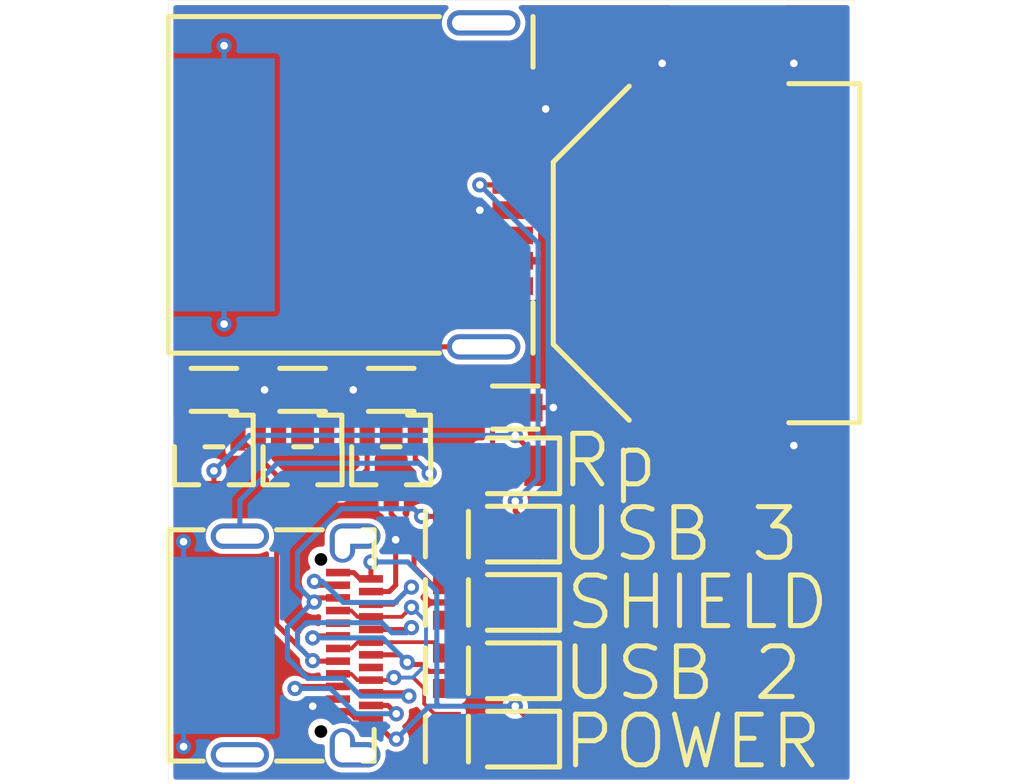
<source format=kicad_pcb>
(kicad_pcb (version 20211014) (generator pcbnew)

  (general
    (thickness 1.6)
  )

  (paper "A4")
  (title_block
    (date "$date$")
    (rev "$version$.$revision$")
    (company "CuVoodoo")
    (comment 1 "King Kévin")
    (comment 2 "CERN-OHL-S")
  )

  (layers
    (0 "F.Cu" signal)
    (31 "B.Cu" signal)
    (33 "F.Adhes" user "F.Adhesive")
    (34 "B.Paste" user)
    (35 "F.Paste" user)
    (36 "B.SilkS" user "B.Silkscreen")
    (37 "F.SilkS" user "F.Silkscreen")
    (38 "B.Mask" user)
    (39 "F.Mask" user)
    (40 "Dwgs.User" user "User.Drawings")
    (44 "Edge.Cuts" user)
    (45 "Margin" user)
    (46 "B.CrtYd" user "B.Courtyard")
    (47 "F.CrtYd" user "F.Courtyard")
    (48 "B.Fab" user)
    (49 "F.Fab" user)
  )

  (setup
    (stackup
      (layer "F.SilkS" (type "Top Silk Screen"))
      (layer "F.Paste" (type "Top Solder Paste"))
      (layer "F.Mask" (type "Top Solder Mask") (thickness 0.01))
      (layer "F.Cu" (type "copper") (thickness 0.035))
      (layer "dielectric 1" (type "core") (thickness 1.51) (material "FR4") (epsilon_r 4.5) (loss_tangent 0.02))
      (layer "B.Cu" (type "copper") (thickness 0.035))
      (layer "B.Mask" (type "Bottom Solder Mask") (thickness 0.01))
      (layer "B.Paste" (type "Bottom Solder Paste"))
      (layer "B.SilkS" (type "Bottom Silk Screen"))
      (copper_finish "None")
      (dielectric_constraints no)
    )
    (pad_to_mask_clearance 0)
    (pcbplotparams
      (layerselection 0x00010fc_ffffffff)
      (disableapertmacros false)
      (usegerberextensions false)
      (usegerberattributes true)
      (usegerberadvancedattributes true)
      (creategerberjobfile true)
      (svguseinch false)
      (svgprecision 6)
      (excludeedgelayer true)
      (plotframeref false)
      (viasonmask false)
      (mode 1)
      (useauxorigin false)
      (hpglpennumber 1)
      (hpglpenspeed 20)
      (hpglpendiameter 15.000000)
      (dxfpolygonmode true)
      (dxfimperialunits true)
      (dxfusepcbnewfont true)
      (psnegative false)
      (psa4output false)
      (plotreference true)
      (plotvalue true)
      (plotinvisibletext false)
      (sketchpadsonfab false)
      (subtractmaskfromsilk false)
      (outputformat 1)
      (mirror false)
      (drillshape 1)
      (scaleselection 1)
      (outputdirectory "")
    )
  )

  (net 0 "")
  (net 1 "VCC")
  (net 2 "GND")
  (net 3 "/PWR-")
  (net 4 "Net-(D1-Pad2)")
  (net 5 "/USB2-")
  (net 6 "Net-(D2-Pad2)")
  (net 7 "/USB3-")
  (net 8 "Net-(D3-Pad2)")
  (net 9 "Net-(D4-Pad1)")
  (net 10 "Net-(D4-Pad2)")
  (net 11 "Net-(D5-Pad2)")
  (net 12 "Net-(J1-Pad8)")
  (net 13 "Net-(J1-Pad5)")
  (net 14 "/SH-A")
  (net 15 "Net-(J2-PadA3)")
  (net 16 "/PWR+")
  (net 17 "/Rp")
  (net 18 "/USB2+")
  (net 19 "unconnected-(J2-PadA8)")
  (net 20 "/USB3+")
  (net 21 "Net-(J2-PadA11)")
  (net 22 "unconnected-(J2-PadB8)")
  (net 23 "/SH-C")
  (net 24 "Net-(Q7-Pad3)")
  (net 25 "unconnected-(J1-Pad10)")
  (net 26 "unconnected-(J2-PadS2)")
  (net 27 "unconnected-(J2-PadS4)")
  (net 28 "Net-(Q8-Pad3)")
  (net 29 "unconnected-(J2-PadS1)")

  (footprint "qeda:UC1608X55N" (layer "F.Cu") (at 61.3 66.4))

  (footprint "qeda:LEDC2012X80N" (layer "F.Cu") (at 64 61 -90))

  (footprint "kikit:Tab" (layer "F.Cu") (at 77.75 49.9 180))

  (footprint "qeda:CONNECTOR_XKB_U262-24XN-4BV64" (layer "F.Cu") (at 54.375 65.4 -90))

  (footprint "qeda:UC1608X55N" (layer "F.Cu") (at 52.1 55.3 90))

  (footprint "kikit:Tab" (layer "F.Cu") (at 50 47.2))

  (footprint "qeda:UC1608X55N" (layer "F.Cu") (at 59.1 55.3 -90))

  (footprint "qeda:LEDC2012X80N" (layer "F.Cu") (at 64 63.7 -90))

  (footprint "qeda:CONNECTOR_MY-1220-03" (layer "F.Cu") (at 71.5 49.9 -90))

  (footprint "qeda:SOT95P237X112-3N" (layer "F.Cu") (at 59.1 58.3 -90))

  (footprint "qeda:UC1608X55N" (layer "F.Cu") (at 61.3 69.1))

  (footprint "qeda:CONNECTOR_U231-09XN-4BLRA00" (layer "F.Cu") (at 57.5 47.2 -90))

  (footprint "qeda:LEDC2012X80N" (layer "F.Cu") (at 64 69.1 -90))

  (footprint "qeda:UC1608X55N" (layer "F.Cu") (at 61.3 63.7))

  (footprint "qeda:UC1608X55N" (layer "F.Cu") (at 55.6 55.3 -90))

  (footprint "qeda:SOT95P237X112-3N" (layer "F.Cu") (at 55.6 58.3 -90))

  (footprint "qeda:SOT95P237X112-3N" (layer "F.Cu") (at 52.1 58.3 -90))

  (footprint "qeda:LEDC2012X80N" (layer "F.Cu") (at 64 58.3 -90))

  (footprint "qeda:LEDC2012X80N" (layer "F.Cu") (at 64 66.4 -90))

  (footprint "qeda:UC1608X55N" (layer "F.Cu") (at 64 56 -90))

  (footprint "qeda:UC1608X55N" (layer "F.Cu") (at 61.3 61))

  (footprint "custom:pad_C" (layer "B.Cu") (at 52.4 65.4 180))

  (footprint "custom:pad_A" (layer "B.Cu") (at 52.4 47.2 180))

  (gr_rect (start 50.3 39.9) (end 77.4 70.9) (layer "Edge.Cuts") (width 0.01) (fill none) (tstamp e110771b-8aba-42bd-84d6-617f9ea39dc4))
  (gr_text "POWER" (at 71 69.2) (layer "F.SilkS") (tstamp 28d0cc7d-8de8-4b53-95ef-6dfe09ee3a59)
    (effects (font (size 2 2) (thickness 0.2)))
  )
  (gr_text "USB 2" (at 70.6 66.5) (layer "F.SilkS") (tstamp 3859f4e5-f8f6-455c-8d1a-163e06472d32)
    (effects (font (size 2 2) (thickness 0.2)))
  )
  (gr_text "USB 3" (at 70.5 61) (layer "F.SilkS") (tstamp 4c0f3b00-6ee3-44a9-9f3c-e2b80cccfc95)
    (effects (font (size 2 2) (thickness 0.2)))
  )
  (gr_text "Rp" (at 67.7 58.1) (layer "F.SilkS") (tstamp 99fc3018-400c-48b2-8606-a82ade13f88d)
    (effects (font (size 2 2) (thickness 0.2)))
  )
  (gr_text "SHIELD" (at 71.2 63.7) (layer "F.SilkS") (tstamp aa6aed97-74af-4bcd-9533-eb1f6168cfd8)
    (effects (font (size 2 2) (thickness 0.2)))
  )

  (segment (start 58.4 55.3) (end 57.6 55.3) (width 0.2) (layer "F.Cu") (net 1) (tstamp 0dabb125-5c2a-4b2e-bcdd-c9114af1f3e2))
  (segment (start 72.4 42.35) (end 69.85 42.35) (width 0.2) (layer "F.Cu") (net 1) (tstamp 0ec064ea-89a2-4805-b116-c83dc8e13768))
  (segment (start 57 67.52) (end 56.28 67.52) (width 0.2) (layer "F.Cu") (net 1) (tstamp 1b8b5758-c580-4557-87a1-b6222a8116e9))
  (segment (start 63.9 48.2) (end 62.6 48.2) (width 0.2) (layer "F.Cu") (net 1) (tstamp 3b85de12-8f5e-4ee5-baa0-b3e061d387b0))
  (segment (start 65.5 56) (end 64.7 56) (width 0.2) (layer "F.Cu") (net 1) (tstamp 407e2dab-d792-4357-9752-745132324458))
  (segment (start 74.95 57.45) (end 75 57.5) (width 0.2) (layer "F.Cu") (net 1) (tstamp 40f41ae5-c0fa-46c5-bb56-d03490ca3c74))
  (segment (start 54.9 56.1) (end 54.9 55.3) (width 0.2) (layer "F.Cu") (net 1) (tstamp 5057673a-c73c-4efa-ae8a-95656c6fbaa2))
  (segment (start 56.28 67.52) (end 56 67.8) (width 0.2) (layer "F.Cu") (net 1) (tstamp 6355cadd-40a2-4caa-bf46-5786df19e887))
  (segment (start 59.024022 63.27) (end 58.3 63.27) (width 0.2) (layer "F.Cu") (net 1) (tstamp 69ec6134-374d-4104-8d1d-f52100048361))
  (segment (start 63.9 44.2) (end 65.2 44.2) (width 0.2) (layer "F.Cu") (net 1) (tstamp 8b0223ce-8578-461b-8300-b85dbef8cc65))
  (segment (start 74.95 42.35) (end 75 42.4) (width 0.2) (layer "F.Cu") (net 1) (tstamp 916ac31c-e257-4bf6-ab3c-881b663cb45e))
  (segment (start 59.276089 61.223911) (end 59.276089 63.017933) (width 0.2) (layer "F.Cu") (net 1) (tstamp 9e2debc8-f8b5-45d8-b683-92d0cd68a8b9))
  (segment (start 54.9 55.3) (end 54.1 55.3) (width 0.2) (layer "F.Cu") (net 1) (tstamp ad39febb-c199-4774-924f-74b31058784a))
  (segment (start 59.276089 63.017933) (end 59.024022 63.27) (width 0.2) (layer "F.Cu") (net 1) (tstamp b19d611f-10c6-4b82-a5fb-8b2a03084b94))
  (segment (start 72.4 57.45) (end 74.95 57.45) (width 0.2) (layer "F.Cu") (net 1) (tstamp b851d31a-dd8e-4bc1-832f-5ff796344720))
  (segment (start 54.65 57.15) (end 54.65 56.35) (width 0.2) (layer "F.Cu") (net 1) (tstamp c25dcda4-5e3c-40df-b2ac-0359c55bfe80))
  (segment (start 69.85 42.35) (end 69.8 42.4) (width 0.2) (layer "F.Cu") (net 1) (tstamp c7981b7d-a715-4d2c-895b-cb2badb347b7))
  (segment (start 54.65 56.35) (end 54.9 56.1) (width 0.2) (layer "F.Cu") (net 1) (tstamp e68da39b-9455-46ee-9023-e1d902ce8783))
  (segment (start 72.4 42.35) (end 74.95 42.35) (width 0.2) (layer "F.Cu") (net 1) (tstamp f5dcbef9-d186-485b-bd4f-c91f0d0e3850))
  (via (at 65.2 44.2) (size 0.6) (drill 0.3) (layers "F.Cu" "B.Cu") (net 1) (tstamp 4fa1f0af-4b89-4023-9992-28f7a0a9c009))
  (via (at 59.276089 61.223911) (size 0.6) (drill 0.3) (layers "F.Cu" "B.Cu") (net 1) (tstamp 522fea9f-551e-4434-8631-a4891a80df0c))
  (via (at 69.8 42.4) (size 0.6) (drill 0.3) (layers "F.Cu" "B.Cu") (free) (net 1) (tstamp 527aad75-89e0-49ea-9c73-e418cf7b772d))
  (via (at 75 57.5) (size 0.6) (drill 0.3) (layers "F.Cu" "B.Cu") (free) (net 1) (tstamp 5a6c3353-bd2a-461c-bfd6-749bbcb38c9f))
  (via (at 56 67.8) (size 0.6) (drill 0.3) (layers "F.Cu" "B.Cu") (net 1) (tstamp 64aed69c-80f4-4314-a1a8-c168a4b46aac))
  (via (at 54.1 55.3) (size 0.6) (drill 0.3) (layers "F.Cu" "B.Cu") (net 1) (tstamp cde70262-8de2-40e1-8ac2-f0f87b0935b8))
  (via (at 62.6 48.2) (size 0.6) (drill 0.3) (layers "F.Cu" "B.Cu") (net 1) (tstamp cf64a83f-fc0f-41f5-a09f-a473f2fcaeb8))
  (via (at 65.5 56) (size 0.6) (drill 0.3) (layers "F.Cu" "B.Cu") (net 1) (tstamp d2cb9189-cf73-4ae4-849f-331b6c5d53fe))
  (via (at 57.6 55.3) (size 0.6) (drill 0.3) (layers "F.Cu" "B.Cu") (net 1) (tstamp d8e1cec1-f2ef-4ddf-a0e3-d187b3763255))
  (via (at 75 42.4) (size 0.6) (drill 0.3) (layers "F.Cu" "B.Cu") (free) (net 1) (tstamp dece80db-b223-47d7-a844-ee468c4ea71a))
  (segment (start 51.15 57.15) (end 51.15 56.25) (width 0.2) (layer "F.Cu") (net 2) (tstamp 3e8c52f4-c292-41de-b893-dff2eb05e5b7))
  (segment (start 51.4 55.3) (end 51.4 56.1) (width 0.2) (layer "F.Cu") (net 2) (tstamp 5585f689-7e40-4829-8910-d2356495f5fc))
  (segment (start 51.4 56.1) (end 51.3 56.2) (width 0.2) (layer "F.Cu") (net 2) (tstamp 9b592365-c8d5-4a2e-badf-1836595f56dc))
  (segment (start 51.3 56.2) (end 50.8 56.2) (width 0.2) (layer "F.Cu") (net 2) (tstamp ad282a46-12ef-4760-80d9-dd50359b8f5e))
  (segment (start 51.3 56.2) (end 52 56.2) (width 0.2) (layer "F.Cu") (net 2) (tstamp e6904079-8b45-44a7-954b-50b7606e0247))
  (segment (start 51.15 56.25) (end 51.2 56.2) (width 0.2) (layer "F.Cu") (net 2) (tstamp e973af6f-a678-41e3-b6da-a874a1dde2aa))
  (via (at 52.5 52.7) (size 0.6) (drill 0.3) (layers "F.Cu" "B.Cu") (free) (net 2) (tstamp 0adbdb3a-b4d2-41cc-bf50-f2cae164ce39))
  (via (at 52.5 41.7) (size 0.6) (drill 0.3) (layers "F.Cu" "B.Cu") (free) (net 2) (tstamp 296fb7f1-1974-424c-a8b2-73df8b494b41))
  (via (at 50.9 69.4) (size 0.6) (drill 0.3) (layers "F.Cu" "B.Cu") (free) (net 2) (tstamp 5b108c2c-8a29-4a2e-91c4-542177498c7e))
  (via (at 50.9 61.3) (size 0.6) (drill 0.3) (layers "F.Cu" "B.Cu") (free) (net 2) (tstamp e17a7adb-d249-4f09-8b74-512b1d67ef6c))
  (segment (start 52.5 52.7) (end 52.5 47.2) (width 0.2) (layer "B.Cu") (net 2) (tstamp 2632d420-b156-40e8-9458-c0f98e590ea6))
  (segment (start 52.5 41.7) (end 52.5 47.2) (width 0.2) (layer "B.Cu") (net 2) (tstamp 2da33d65-0ee9-4772-a8d4-f309ba809487))
  (segment (start 50.9 61.3) (end 50.9 63.8) (width 0.2) (layer "B.Cu") (net 2) (tstamp 34f7e865-f565-4861-b0a2-849b03cfb77d))
  (segment (start 50.9 69.4) (end 50.9 67) (width 0.2) (layer "B.Cu") (net 2) (tstamp 6744e9b6-8143-42af-92b5-af9275c3ccb4))
  (segment (start 50.9 63.8) (end 52.5 65.4) (width 0.2) (layer "B.Cu") (net 2) (tstamp a048a9aa-add2-4616-9d3b-ce70a036ddcb))
  (segment (start 50.9 67) (end 52.5 65.4) (width 0.2) (layer "B.Cu") (net 2) (tstamp ee761e24-175e-43fe-a11c-7c6f54ca9a66))
  (segment (start 57.87 62.77) (end 58.3 62.77) (width 0.2) (layer "F.Cu") (net 3) (tstamp 28290c71-68de-4c28-8728-ad8c7232ab45))
  (segment (start 64.9 68.7) (end 64 67.8) (width 0.2) (layer "F.Cu") (net 3) (tstamp 30d00695-2761-4e24-8335-8327aaa75002))
  (segment (start 57.62 62.52) (end 57.87 62.77) (width 0.2) (layer "F.Cu") (net 3) (tstamp 33226df9-6400-49bc-887f-48f8f75bdba5))
  (segment (start 58.3 62.77) (end 58.3 62.1) (width 0.2) (layer "F.Cu") (net 3) (tstamp 3f0c5b8a-8754-48a3-907b-6d807b9c72b0))
  (segment (start 57 62.52) (end 57.62 62.52) (width 0.2) (layer "F.Cu") (net 3) (tstamp 64c92ce1-6f9d-46f2-b7a7-1128a377480f))
  (segment (start 64.9 69.1) (end 64.9 68.7) (width 0.2) (layer "F.Cu") (net 3) (tstamp 6c9b78b1-2421-4c64-a4af-ad160cdaab73))
  (segment (start 57.42 68.02) (end 57.67 68.27) (width 0.2) (layer "F.Cu") (net 3) (tstamp 72fcd135-1384-4732-8938-e7add491d0ec))
  (segment (start 59.13 69.1) (end 58.3 68.27) (width 0.2) (layer "F.Cu") (net 3) (tstamp 9e4290f1-51d5-4f7d-81b6-76bba4400bdb))
  (segment (start 59.3 69.1) (end 59.13 69.1) (width 0.2) (layer "F.Cu") (net 3) (tstamp a8abf6e0-f867-45c8-b60c-2e28824cb312))
  (segment (start 57.67 68.27) (end 58.3 68.27) (width 0.2) (layer "F.Cu") (net 3) (tstamp edd723ed-ada5-4c33-b836-6a765deb5ab8))
  (segment (start 57 68.02) (end 57.42 68.02) (width 0.2) (layer "F.Cu") (net 3) (tstamp f595d2d8-fada-4670-85d5-7eadd6975f3a))
  (via (at 58.3 62.1) (size 0.6) (drill 0.3) (layers "F.Cu" "B.Cu") (net 3) (tstamp 61228115-c3c1-4c09-9057-e8b0ee5d5179))
  (via (at 59.3 69.1) (size 0.6) (drill 0.3) (layers "F.Cu" "B.Cu") (net 3) (tstamp 8b661746-cf2c-4a6f-956a-30db112cbceb))
  (via (at 64 67.8) (size 0.6) (drill 0.3) (layers "F.Cu" "B.Cu") (net 3) (tstamp e57c7d3f-2011-4453-ba51-7180f65ec00b))
  (segment (start 64 67.8) (end 61 67.8) (width 0.2) (layer "B.Cu") (net 3) (tstamp 03560363-6a61-4260-ad7c-0a7b18fd9387))
  (segment (start 60.9 63.247986) (end 60.9 67.7) (width 0.2) (layer "B.Cu") (net 3) (tstamp 1dc02f56-c601-4978-ad6f-99ab3cb9600d))
  (segment (start 61 67.8) (end 60.6 67.8) (width 0.2) (layer "B.Cu") (net 3) (tstamp 262efff9-07f6-4127-8dae-3449e11ab2e2))
  (segment (start 59.752014 62.1) (end 60.9 63.247986) (width 0.2) (layer "B.Cu") (net 3) (tstamp 706d331e-9990-47fa-bd71-ffef050819a7))
  (segment (start 60.9 67.7) (end 61 67.8) (width 0.2) (layer "B.Cu") (net 3) (tstamp 8870284b-bbeb-44c8-a36c-49d893d9d8fa))
  (segment (start 60.6 67.8) (end 59.3 69.1) (width 0.2) (layer "B.Cu") (net 3) (tstamp 88a0a88a-c116-4b88-8174-b1fddfa375b8))
  (segment (start 58.3 62.1) (end 59.752014 62.1) (width 0.2) (layer "B.Cu") (net 3) (tstamp 8ec74bc7-7979-4d25-bb25-1002dd3211ed))
  (segment (start 62.4 69.8) (end 63.1 69.1) (width 0.2) (layer "F.Cu") (net 4) (tstamp 06509903-9442-42f4-87a3-aa6effd51270))
  (segment (start 61.3 69.8) (end 62.4 69.8) (width 0.2) (layer "F.Cu") (net 4) (tstamp 92e5436c-8cd0-4fdc-8734-73ea33ab81b2))
  (segment (start 59.434312 65.77) (end 58.3 65.77) (width 0.2) (layer "F.Cu") (net 5) (tstamp 0fc718bd-20bf-4e09-8059-b80b256078a1))
  (segment (start 56.08 65.02) (end 56 65.1) (width 0.2) (layer "F.Cu") (net 5) (tstamp 144cb0a8-c226-41b7-b231-5a667076bcd5))
  (segment (start 62.4 65.3) (end 63.949022 65.3) (width 0.2) (layer "F.Cu") (net 5) (tstamp 39e8fab7-e3b2-483d-bee8-a812d8a861cd))
  (segment (start 62.250489 66.273533) (end 62.250489 65.449511) (width 0.2) (layer "F.Cu") (net 5) (tstamp 5b4c0919-1e6b-4e97-9192-b1bf7a7caee7))
  (segment (start 59.729808 66.065496) (end 59.81529 66.150978) (width 0.2) (layer "F.Cu") (net 5) (tstamp 6244e5a5-1887-44c1-921a-22c225f4ed75))
  (segment (start 62.098533 66.425489) (end 62.250489 66.273533) (width 0.2) (layer "F.Cu") (net 5) (tstamp 67cffd96-66e1-4f8d-a493-5f1f80ab8495))
  (segment (start 64.9 66.250978) (end 64.9 66.4) (width 0.2) (layer "F.Cu") (net 5) (tstamp 812711a1-1db5-45f9-8402-3f59cef0a66e))
  (segment (start 57 65.02) (end 56.08 65.02) (width 0.2) (layer "F.Cu") (net 5) (tstamp 81492a5c-d7b0-4e18-9355-4604ecdbffbc))
  (segment (start 59.81529 66.150978) (end 60.3 66.150978) (width 0.2) (layer "F.Cu") (net 5) (tstamp b09ed1ab-bd78-457e-b690-5a269a22f9e2))
  (segment (start 62.250489 65.449511) (end 62.4 65.3) (width 0.2) (layer "F.Cu") (net 5) (tstamp b99c66e4-fe49-46ab-8449-b9ad6b94dbfc))
  (segment (start 60.3 66.150978) (end 60.574511 66.425489) (width 0.2) (layer "F.Cu") (net 5) (tstamp e95a020f-b884-4c3e-9086-4b4235ac5ec8))
  (segment (start 63.949022 65.3) (end 64.9 66.250978) (width 0.2) (layer "F.Cu") (net 5) (tstamp edc3baf0-16d6-4606-a34e-1ccbcaa52ab8))
  (segment (start 60.574511 66.425489) (end 62.098533 66.425489) (width 0.2) (layer "F.Cu") (net 5) (tstamp f141967a-c0ab-4b1e-ad40-f448b7f7d947))
  (segment (start 59.729808 66.065496) (end 59.434312 65.77) (width 0.2) (layer "F.Cu") (net 5) (tstamp fee3ca4b-a214-46b3-9cb4-84f213190977))
  (via (at 59.729808 66.065496) (size 0.6) (drill 0.3) (layers "F.Cu" "B.Cu") (net 5) (tstamp d16c3a18-cdc1-4179-9758-b39f74001ef6))
  (via (at 56 65.1) (size 0.6) (drill 0.3) (layers "F.Cu" "B.Cu") (net 5) (tstamp dead273e-4cd2-49fd-9279-ca8452283aec))
  (segment (start 59.729808 66.065496) (end 58.764312 65.1) (width 0.2) (layer "B.Cu") (net 5) (tstamp 6d43aa55-7c83-46a6-a197-3d6b71417ad4))
  (segment (start 58.764312 65.1) (end 56 65.1) (width 0.2) (layer "B.Cu") (net 5) (tstamp 82f2ee27-d41f-4f1d-b6c2-4795bb7b85de))
  (segment (start 62.4 67.1) (end 63.1 66.4) (width 0.2) (layer "F.Cu") (net 6) (tstamp c360a504-90a0-4d4b-be27-6c560537bcf3))
  (segment (start 61.3 67.1) (end 62.4 67.1) (width 0.2) (layer "F.Cu") (net 6) (tstamp e1eee509-ea3d-4376-92ce-6543c57e18f5))
  (segment (start 63.9 47.2) (end 62.6 47.2) (width 0.2) (layer "F.Cu") (net 7) (tstamp 082efa80-21ad-47b6-93ac-219b6d5d19ec))
  (segment (start 64 60.1) (end 64.9 61) (width 0.2) (layer "F.Cu") (net 7) (tstamp 0982c320-41d0-4282-82c8-c03c9c5254d1))
  (segment (start 64 59.7) (end 64 60.1) (width 0.2) (layer "F.Cu") (net 7) (tstamp 7ec8cb36-5a02-42fc-82ee-8cb2604766dd))
  (via (at 64 59.7) (size 0.6) (drill 0.3) (layers "F.Cu" "B.Cu") (net 7) (tstamp 63ceaa7b-3446-4530-808d-5bd8a9a9b270))
  (via (at 62.6 47.2) (size 0.6) (drill 0.3) (layers "F.Cu" "B.Cu") (net 7) (tstamp fed793c4-5920-4faa-8924-fb809828384f))
  (segment (start 64.900489 58.799511) (end 64.900489 49.500489) (width 0.2) (layer "B.Cu") (net 7) (tstamp 0d169fdd-0647-4144-b48a-f330c5b6aead))
  (segment (start 64 59.7) (end 64.900489 58.799511) (width 0.2) (layer "B.Cu") (net 7) (tstamp 4d411035-f8e7-4ab1-bccf-bb9ceced5881))
  (segment (start 64.900489 49.500489) (end 62.6 47.2) (width 0.2) (layer "B.Cu") (net 7) (tstamp 812beb1f-4872-4838-806c-81ab5e558f5f))
  (segment (start 62.4 61.7) (end 63.1 61) (width 0.2) (layer "F.Cu") (net 8) (tstamp 2d65021b-1d2c-4c04-b724-b366f1e833cf))
  (segment (start 61.3 61.7) (end 62.4 61.7) (width 0.2) (layer "F.Cu") (net 8) (tstamp 33696b01-17e0-42f4-97e2-ea740f87064e))
  (segment (start 52.1 58.5) (end 52.1 59.45) (width 0.2) (layer "F.Cu") (net 9) (tstamp 3c14ee8f-9a4f-46ea-afdb-aa9a9b7bf048))
  (segment (start 64.9 58) (end 64 57.1) (width 0.2) (layer "F.Cu") (net 9) (tstamp 7c7ab7b4-5070-4ed7-9886-e339d46c25fb))
  (segment (start 64.9 58.3) (end 64.9 58) (width 0.2) (layer "F.Cu") (net 9) (tstamp c19515e2-da46-48cf-938f-85c3f081425e))
  (via (at 64 57.1) (size 0.6) (drill 0.3) (layers "F.Cu" "B.Cu") (net 9) (tstamp 3af5ac5c-4cd6-4c08-91d9-7786621392e8))
  (via (at 52.1 58.5) (size 0.6) (drill 0.3) (layers "F.Cu" "B.Cu") (net 9) (tstamp ae2c0a70-2378-43ca-8685-04fb9d234ad8))
  (segment (start 64 57.1) (end 53.5 57.1) (width 0.2) (layer "B.Cu") (net 9) (tstamp 9dfc212d-9831-4f8e-8e12-6a1b371bf03e))
  (segment (start 53.5 57.1) (end 52.1 58.5) (width 0.2) (layer "B.Cu") (net 9) (tstamp e8caf5c6-8784-4cf3-bf4c-f587fe83f85c))
  (segment (start 63.1 56.2) (end 63.3 56) (width 0.2) (layer "F.Cu") (net 10) (tstamp d1af582d-49fa-418f-8d84-08d6f9c9dd96))
  (segment (start 63.1 58.3) (end 63.1 56.2) (width 0.2) (layer "F.Cu") (net 10) (tstamp ffb724d0-1729-45c6-9acf-b30d010a1dfd))
  (segment (start 62.4 64.4) (end 63.1 63.7) (width 0.2) (layer "F.Cu") (net 11) (tstamp 8c73cd64-a10b-4858-8882-a99d1f846635))
  (segment (start 61.3 64.4) (end 62.4 64.4) (width 0.2) (layer "F.Cu") (net 11) (tstamp d00bd804-a559-4e7f-b2f8-adbbae07fff7))
  (segment (start 62.4 44.8) (end 62.8 45.2) (width 0.2) (layer "F.Cu") (net 12) (tstamp 45cfbb0f-1c5b-43ff-8533-b7e190cf389b))
  (segment (start 63.9 43.2) (end 62.8 43.2) (width 0.2) (layer "F.Cu") (net 12) (tstamp 4935fee8-0ddb-46bc-b996-bcf8323e668a))
  (segment (start 62.4 43.6) (end 62.4 44.8) (width 0.2) (layer "F.Cu") (net 12) (tstamp a962cbfa-7c3c-443d-a1fd-57c1f365e664))
  (segment (start 62.8 45.2) (end 63.9 45.2) (width 0.2) (layer "F.Cu") (net 12) (tstamp add3771a-39c6-4bbe-9d69-4a67a27dbc26))
  (segment (start 62.8 43.2) (end 62.4 43.6) (width 0.2) (layer "F.Cu") (net 12) (tstamp c1f4cebc-f59d-49cc-b8d8-cee160f95adb))
  (segment (start 63.9 49.2) (end 62.9 49.2) (width 0.2) (layer "F.Cu") (net 13) (tstamp 757b6d0a-4def-4e83-be0c-da2a4643d0a7))
  (segment (start 62.9 49.2) (end 62.4 49.7) (width 0.2) (layer "F.Cu") (net 13) (tstamp 8053613e-4da5-4674-956b-0172ac5f84a0))
  (segment (start 62.4 49.7) (end 62.4 50.7) (width 0.2) (layer "F.Cu") (net 13) (tstamp 88040059-67a4-499c-9026-190d2a993001))
  (segment (start 62.9 51.2) (end 63.9 51.2) (width 0.2) (layer "F.Cu") (net 13) (tstamp 89289089-3246-439a-a0bd-35dcbad4cb49))
  (segment (start 62.4 50.7) (end 62.9 51.2) (width 0.2) (layer "F.Cu") (net 13) (tstamp c6f8c1ef-a233-4fca-ad84-621eb972d8b5))
  (segment (start 58 53.6) (end 56.3 55.3) (width 0.2) (layer "F.Cu") (net 14) (tstamp 9313de47-ad3c-4255-81ae-34638695b0a0))
  (segment (start 56.55 57.15) (end 56.55 56.25) (width 0.2) (layer "F.Cu") (net 14) (tstamp af6bee64-140c-4c39-a693-c8ebf2547fbd))
  (segment (start 56.55 56.25) (end 56.55 55.55) (width 0.2) (layer "F.Cu") (net 14) (tstamp c6fe10ab-3b47-4805-b58f-7ed2d4409a05))
  (segment (start 62.75 53.6) (end 58 53.6) (width 0.2) (layer "F.Cu") (net 14) (tstamp d128ede1-b493-4347-8248-7237739ed435))
  (segment (start 56.55 55.55) (end 56.3 55.3) (width 0.2) (layer "F.Cu") (net 14) (tstamp e378255f-dad8-486a-a91b-a50579b46dca))
  (segment (start 58.3 63.77) (end 59.178085 63.77) (width 0.2) (layer "F.Cu") (net 15) (tstamp 1999fdda-b3cd-4b34-b78b-6b631e42f685))
  (segment (start 57 63.02) (end 56.216416 63.02) (width 0.2) (layer "F.Cu") (net 15) (tstamp 33ce2d79-cd34-4a55-8db9-806c37f11890))
  (segment (start 59.851589 63.096496) (end 59.900672 63.096496) (width 0.2) (layer "F.Cu") (net 15) (tstamp 6ffb6b44-1b6f-46b2-adf7-9dc8e95491f3))
  (segment (start 59.178085 63.77) (end 59.851589 63.096496) (width 0.2) (layer "F.Cu") (net 15) (tstamp 92d9609c-1018-4020-8408-b22e1b86c5ae))
  (segment (start 56.216416 63.02) (end 56.06596 62.869544) (width 0.2) (layer "F.Cu") (net 15) (tstamp 9e9355c0-df62-4a39-905b-9406ed732fc6))
  (via (at 56.06596 62.869544) (size 0.6) (drill 0.3) (layers "F.Cu" "B.Cu") (net 15) (tstamp 581f32bb-9ddc-4471-b080-76e130484983))
  (via (at 59.900672 63.096496) (size 0.6) (drill 0.3) (layers "F.Cu" "B.Cu") (net 15) (tstamp b758e163-5102-46e6-a850-b3b6ff0de536))
  (segment (start 59.3 63.648085) (end 59.3 63.7) (width 0.2) (layer "B.Cu") (net 15) (tstamp 279f8941-5e19-463c-8d8f-d5fc08dd1b0e))
  (segment (start 59.3 63.7) (end 57.211699 63.7) (width 0.2) (layer "B.Cu") (net 15) (tstamp 62edeeab-d68e-4848-b8b6-0a6e84f8c1a9))
  (segment (start 59.851589 63.096496) (end 59.3 63.648085) (width 0.2) (layer "B.Cu") (net 15) (tstamp 800742b1-ea68-430f-b38d-b650b44f9057))
  (segment (start 56.381243 62.869544) (end 56.06596 62.869544) (width 0.2) (layer "B.Cu") (net 15) (tstamp afc06b9b-0555-49ad-a75f-16ecde840603))
  (segment (start 59.900672 63.096496) (end 59.851589 63.096496) (width 0.2) (layer "B.Cu") (net 15) (tstamp c46343eb-af26-43f7-8b9b-17255129c1f2))
  (segment (start 57.211699 63.7) (end 56.381243 62.869544) (width 0.2) (layer "B.Cu") (net 15) (tstamp d835af60-ec0d-472e-b764-5789ed185a0a))
  (segment (start 57 64.02) (end 57.52 64.02) (width 0.15) (layer "F.Cu") (net 16) (tstamp 17b2821c-9b29-4198-aa70-180564528a28))
  (segment (start 59.207146 66.6705) (end 59.9705 66.6705) (width 0.15) (layer "F.Cu") (net 16) (tstamp 21860735-99ca-40fa-86d0-8a4e0e9d557b))
  (segment (start 59.899925 63.895998) (end 59.674934 64.120989) (width 0.15) (layer "F.Cu") (net 16) (tstamp 41cbf25a-2f94-4725-be3d-3c9fdf2a3017))
  (segment (start 59.107646 66.77) (end 59.207146 66.6705) (width 0.15) (layer "F.Cu") (net 16) (tstamp 4e6709cf-762d-427c-8534-22e2be7cb912))
  (segment (start 59.662529 64.120989) (end 59.513518 64.27) (width 0.15) (layer "F.Cu") (net 16) (tstamp 5b78b96f-bbfb-4d01-8f96-fddb62cc7b2b))
  (segment (start 58.3 66.77) (end 59.107646 66.77) (width 0.15) (layer "F.Cu") (net 16) (tstamp 6100481f-aff1-46d4-982f-3ff26d92b3f2))
  (segment (start 57 66.52) (end 57.52 66.52) (width 0.15) (layer "F.Cu") (net 16) (tstamp 6e65f4f8-9e8d-4724-8425-ecc50db044f1))
  (segment (start 59.513518 64.27) (end 58.3 64.27) (width 0.15) (layer "F.Cu") (net 16) (tstamp 74c59a5f-a887-47b2-8ba1-82797869c834))
  (segment (start 57.52 66.52) (end 57.77 66.77) (width 0.15) (layer "F.Cu") (net 16) (tstamp 80d0a409-42e8-426e-ba03-1b5244f06655))
  (segment (start 59.9705 66.6705) (end 60.4 67.1) (width 0.15) (layer "F.Cu") (net 16) (tstamp 87dd1b5b-8aad-4cd8-b03b-8219682c3779))
  (segment (start 57.52 64.02) (end 57.77 64.27) (width 0.15) (layer "F.Cu") (net 16) (tstamp 9013eee6-b64d-40fa-a83e-b27ec895221b))
  (segment (start 57.77 66.77) (end 58.3 66.77) (width 0.15) (layer "F.Cu") (net 16) (tstamp a0e57082-d29f-41ba-926e-5eb600adeb09))
  (segment (start 59.674934 64.120989) (end 59.662529 64.120989) (width 0.15) (layer "F.Cu") (net 16) (tstamp a59e34c0-205f-455d-b8c8-36e95924bcd8))
  (segment (start 61.1 68.4) (end 61.3 68.4) (width 0.15) (layer "F.Cu") (net 16) (tstamp ae0786e2-53b5-4f7f-9dc9-4f01b1eeb4d6))
  (segment (start 60.4 67.1) (end 60.4 67.7) (width 0.15) (layer "F.Cu") (net 16) (tstamp dc5f25db-aeee-4fae-b2d8-9ec545e2c84a))
  (segment (start 57.77 64.27) (end 58.3 64.27) (width 0.15) (layer "F.Cu") (net 16) (tstamp df20a2e8-6a68-4b24-a4aa-5430bf05df97))
  (segment (start 60.4 67.7) (end 61.1 68.4) (width 0.15) (layer "F.Cu") (net 16) (tstamp ecbe0046-f121-4584-94a9-cd17e6aec82e))
  (via (at 59.899925 63.895998) (size 0.6) (drill 0.3) (layers "F.Cu" "B.Cu") (net 16) (tstamp 7354a64d-c91d-4ac9-a819-952426dc9142))
  (via (at 59.207146 66.6705) (size 0.6) (drill 0.3) (layers "F.Cu" "B.Cu") (net 16) (tstamp cdea7b84-076c-4f56-aca0-5b8e84ab5297))
  (segment (start 59.954989 66.6705) (end 59.207146 66.6705) (width 0.15) (layer "B.Cu") (net 16) (tstamp 3f6b30f6-23b7-4d6e-8fbe-e3aa3c98e00a))
  (segment (start 60.017482 64) (end 60.475011 64.457529) (width 0.15) (layer "B.Cu") (net 16) (tstamp 65a3d422-7ee4-471e-96a4-5092c4d7a106))
  (segment (start 59.899925 63.895998) (end 60.003927 64) (width 0.15) (layer "B.Cu") (net 16) (tstamp b3665817-9b68-4f72-b6fd-11f6e1069296))
  (segment (start 60.475011 66.150478) (end 59.954989 66.6705) (width 0.15) (layer "B.Cu") (net 16) (tstamp b7715cd4-4546-4d5a-9eae-0c91f4af9278))
  (segment (start 60.003927 64) (end 60.017482 64) (width 0.15) (layer "B.Cu") (net 16) (tstamp ba1db7a5-b5f8-4c49-9498-fe7854c54e67))
  (segment (start 60.475011 64.457529) (end 60.475011 66.150478) (width 0.15) (layer "B.Cu") (net 16) (tstamp ee950e96-3105-47a9-b219-97d2819305c6))
  (segment (start 56 66) (end 54.57452 64.57452) (width 0.2) (layer "F.Cu") (net 17) (tstamp 37344c70-55e7-4b18-9f13-bb6e01d39c45))
  (segment (start 56.02 66.02) (end 56 66) (width 0.2) (layer "F.Cu") (net 17) (tstamp 403015a3-4731-4cbb-83e6-fecf924c41fe))
  (segment (start 59.826 64.77) (end 58.3 64.77) (width 0.2) (layer "F.Cu") (net 17) (tstamp 437cc4f3-1784-448c-ad2c-4e52c2e32efd))
  (segment (start 54.57452 58.67452) (end 53.05 57.15) (width 0.2) (layer "F.Cu") (net 17) (tstamp 642463f4-e7a0-49d2-9d7d-f32fbe9f483f))
  (segment (start 53.05 55.55) (end 52.8 55.3) (width 0.2) (layer "F.Cu") (net 17) (tstamp 710a1816-53cd-4825-9207-28017c5120bc))
  (segment (start 57 66.02) (end 56.02 66.02) (width 0.2) (layer "F.Cu") (net 17) (tstamp 7523f17d-577d-4f32-9757-c8c490a68615))
  (segment (start 59.9005 64.6955) (end 59.826 64.77) (width 0.2) (layer "F.Cu") (net 17) (tstamp b7277299-f263-4b1b-8872-bad30caded7f))
  (segment (start 54.57452 64.57452) (end 54.57452 58.67452) (width 0.2) (layer "F.Cu") (net 17) (tstamp c28c627c-8e2d-4db7-afe6-33bafe0a2f4d))
  (segment (start 53.05 57.15) (end 53.05 55.55) (width 0.2) (layer "F.Cu") (net 17) (tstamp f9081e4b-c1d0-4e5f-87cb-9386d8c59fbf))
  (via (at 59.9005 64.6955) (size 0.6) (drill 0.3) (layers "F.Cu" "B.Cu") (net 17) (tstamp 1058638b-0448-4b13-b8cd-6e6cb2991d52))
  (via (at 56 66) (size 0.6) (drill 0.3) (layers "F.Cu" "B.Cu") (net 17) (tstamp 5e70abfd-eaf8-448b-b8f0-9829f1f629c8))
  (segment (start 58.729807 64.500489) (end 55.751673 64.500489) (width 0.2) (layer "B.Cu") (net 17) (tstamp 33c36b57-c0bf-4461-9aaa-ce4e7747f214))
  (segment (start 59.696 64.9) (end 59.129318 64.9) (width 0.2) (layer "B.Cu") (net 17) (tstamp 6c98df7a-299e-4711-95fd-414992615bfb))
  (segment (start 55.400489 64.851673) (end 55.400489 65.400489) (width 0.2) (layer "B.Cu") (net 17) (tstamp 76bd36e9-2b15-433b-8623-8dc25ff5a400))
  (segment (start 59.9005 64.6955) (end 59.696 64.9) (width 0.2) (layer "B.Cu") (net 17) (tstamp 77535946-c973-4a96-95b8-11b8a2f8d983))
  (segment (start 59.129318 64.9) (end 58.729807 64.500489) (width 0.2) (layer "B.Cu") (net 17) (tstamp 96803f82-2a50-4ed3-ac99-6cfbad85dd8c))
  (segment (start 55.751673 64.500489) (end 55.400489 64.851673) (width 0.2) (layer "B.Cu") (net 17) (tstamp 9f0bc63f-1460-43a0-b805-0fa2112e7239))
  (segment (start 55.400489 65.400489) (end 56 66) (width 0.2) (layer "B.Cu") (net 17) (tstamp d7fd82c1-0548-469d-852b-f973ef1fedd6))
  (segment (start 58.3 65.27) (end 60.87 65.27) (width 0.15) (layer "F.Cu") (net 18) (tstamp 0c38640b-8b09-4f8b-b836-abe3013c930a))
  (segment (start 57.780489 65.27) (end 57.530489 65.52) (width 0.15) (layer "F.Cu") (net 18) (tstamp 9f875f3b-75d8-4ab5-ba15-ab57767145e5))
  (segment (start 57.530489 65.52) (end 57 65.52) (width 0.15) (layer "F.Cu") (net 18) (tstamp ae708ea0-f24a-4229-97fa-4a42c08438a3))
  (segment (start 60.87 65.27) (end 61.3 65.7) (width 0.15) (layer "F.Cu") (net 18) (tstamp c26527dd-e6bc-4e1c-9e48-befadafea0f0))
  (segment (start 58.3 65.27) (end 57.780489 65.27) (width 0.15) (layer "F.Cu") (net 18) (tstamp e0855b11-26db-4ead-90c1-ecd50a06b896))
  (segment (start 56.225715 63.52) (end 57 63.52) (width 0.2) (layer "F.Cu") (net 20) (tstamp 3acbcd2f-27c0-4709-979d-3b7336372b5d))
  (segment (start 59.67 67.27) (end 59.8 67.4) (width 0.2) (layer "F.Cu") (net 20) (tstamp 944ad369-e13b-4129-9657-05f054f31058))
  (segment (start 58.3 67.27) (end 59.67 67.27) (width 0.2) (layer "F.Cu") (net 20) (tstamp ce5a214e-e949-4e56-8f99-95557a3c80a2))
  (segment (start 56.061225 63.68449) (end 56.225715 63.52) (width 0.2) (layer "F.Cu") (net 20) (tstamp df4f1b29-697b-42ca-8eb1-ee4d1edfffb5))
  (segment (start 60.3 60.3) (end 61.3 60.3) (width 0.2) (layer "F.Cu") (net 20) (tstamp fddb5796-afc6-4507-a67a-652701b518de))
  (via (at 56.061225 63.68449) (size 0.6) (drill 0.3) (layers "F.Cu" "B.Cu") (net 20) (tstamp 5c5e998c-ab9c-45aa-9d11-93f4b917d5aa))
  (via (at 59.8 67.4) (size 0.6) (drill 0.3) (layers "F.Cu" "B.Cu") (net 20) (tstamp 6006943d-3a6b-47d6-aad6-b4b26f7ed1da))
  (via (at 60.3 60.3) (size 0.6) (drill 0.3) (layers "F.Cu" "B.Cu") (net 20) (tstamp cbcab39e-255e-4356-b4ad-568db02be456))
  (segment (start 55.80048 66.70048) (end 57.20048 66.70048) (width 0.2) (layer "B.Cu") (net 20) (tstamp 04c664a8-68e5-476a-89f5-7523558b0dac))
  (segment (start 55.00097 64.686186) (end 55.00097 65.90097) (width 0.2) (layer "B.Cu") (net 20) (tstamp 13866240-90b8-4f3a-b916-e41131788f4c))
  (segment (start 55.4 63.051422) (end 55.4 61.724308) (width 0.2) (layer "B.Cu") (net 20) (tstamp 1fa1b9a5-23af-4830-a50a-e74c8023bde1))
  (segment (start 55.4 61.724308) (end 57.124308 60) (width 0.2) (layer "B.Cu") (net 20) (tstamp 26098c39-2bae-419b-8cf1-7a6677cf507a))
  (segment (start 57.124308 60) (end 60 60) (width 0.2) (layer "B.Cu") (net 20) (tstamp 426fde91-1280-4d5d-9075-46502827b6c0))
  (segment (start 60 60) (end 60.3 60.3) (width 0.2) (layer "B.Cu") (net 20) (tstamp 51cf6a37-ecd8-4fb7-b019-43e2a1c3dc5e))
  (segment (start 56.061225 63.68449) (end 56.002666 63.68449) (width 0.2) (layer "B.Cu") (net 20) (tstamp 720190b3-9634-4e18-ab1e-7010e9155daf))
  (segment (start 57.9 67.4) (end 59.8 67.4) (width 0.2) (layer "B.Cu") (net 20) (tstamp 814e2a68-efef-43f5-9dbc-2174a0471912))
  (segment (start 56.033068 63.68449) (end 55.4 63.051422) (width 0.2) (layer "B.Cu") (net 20) (tstamp 8deff56e-f994-436f-aeb6-2b1e261a16e9))
  (segment (start 55.00097 65.90097) (end 55.80048 66.70048) (width 0.2) (layer "B.Cu") (net 20) (tstamp abe60521-ec8a-4eb7-bcfb-72ffd0c2e426))
  (segment (start 56.061225 63.68449) (end 56.033068 63.68449) (width 0.2) (layer "B.Cu") (net 20) (tstamp c17ed371-8862-49a8-a7d7-e671b77c9928))
  (segment (start 56.002666 63.68449) (end 55.00097 64.686186) (width 0.2) (layer "B.Cu") (net 20) (tstamp d7586676-0bba-4b4e-97f0-814e474c2e83))
  (segment (start 57.20048 66.70048) (end 57.9 67.4) (width 0.2) (layer "B.Cu") (net 20) (tstamp f1795a69-a6fa-4bb6-b64a-c8afbeec7bf6))
  (segment (start 58.97 67.77) (end 58.3 67.77) (width 0.2) (layer "F.Cu") (net 21) (tstamp 775920e1-4c27-4a46-b66a-3af97f817a69))
  (segment (start 59.3 68.1) (end 58.97 67.77) (width 0.2) (layer "F.Cu") (net 21) (tstamp 905925ae-53e8-4429-9d47-ac2bc3188113))
  (segment (start 55.3 67.1) (end 55.38 67.02) (width 0.2) (layer "F.Cu") (net 21) (tstamp 9b3eb714-d2ae-4526-927b-773770ce0b2b))
  (segment (start 55.38 67.02) (end 57 67.02) (width 0.2) (layer "F.Cu") (net 21) (tstamp bf8ba8a0-36d5-4e5d-ac0b-d5f75dc5f60d))
  (via (at 59.3 68.1) (size 0.6) (drill 0.3) (layers "F.Cu" "B.Cu") (net 21) (tstamp 2333aaf4-17d6-4e23-ad2e-82b13e48715f))
  (via (at 55.3 67.1) (size 0.6) (drill 0.3) (layers "F.Cu" "B.Cu") (net 21) (tstamp 66ab4398-1c3d-42ce-aa14-eefaae86af29))
  (segment (start 55.3 67.1) (end 56.7 67.1) (width 0.2) (layer "B.Cu") (net 21) (tstamp 0db5d3eb-0aa9-4d15-8285-ee974a6d29d1))
  (segment (start 56.7 67.1) (end 57.7 68.1) (width 0.2) (layer "B.Cu") (net 21) (tstamp 60cef33b-3572-45bd-a579-eb139a9c9c4e))
  (segment (start 57.7 68.1) (end 59.3 68.1) (width 0.2) (layer "B.Cu") (net 21) (tstamp aedd7e23-3f86-4a52-b801-94567ab2f8dc))
  (segment (start 60.05 58.05) (end 60.05 57.15) (width 0.2) (layer "F.Cu") (net 23) (tstamp 234a0a69-a4b4-4d70-8813-029c321d549d))
  (segment (start 60.05 55.55) (end 59.8 55.3) (width 0.2) (layer "F.Cu") (net 23) (tstamp 339da508-651b-49a9-8196-a54c985d9784))
  (segment (start 60.6 58.6) (end 60.05 58.05) (width 0.2) (layer "F.Cu") (net 23) (tstamp 494b374c-bf2c-46c1-a124-6e80b60717c4))
  (segment (start 60.05 57.15) (end 60.05 55.55) (width 0.2) (layer "F.Cu") (net 23) (tstamp ef016765-c6e7-4afa-91ea-44a60690e52b))
  (via (at 60.6 58.6) (size 0.6) (drill 0.3) (layers "F.Cu" "B.Cu") (net 23) (tstamp 6f182dd0-b33a-41d7-9b5a-08f9c186d7cd))
  (segment (start 53.125 59.675) (end 53.125 61.08) (width 0.2) (layer "B.Cu") (net 23) (tstamp 6a72eb27-b791-4bdd-873f-6cdbf5c695b0))
  (segment (start 60.2 58.2) (end 54.6 58.2) (width 0.2) (layer "B.Cu") (net 23) (tstamp 6c1a54a5-fe83-4ad7-be33-99fb850259dd))
  (segment (start 60.6 58.6) (end 60.2 58.2) (width 0.2) (layer "B.Cu") (net 23) (tstamp 74618b1b-9e03-4b4e-9307-f06086559e00))
  (segment (start 54.6 58.2) (end 53.125 59.675) (width 0.2) (layer "B.Cu") (net 23) (tstamp 96a86f59-de04-4c8d-abd8-65bc139a27e9))
  (segment (start 58.15 58.45) (end 57.15 59.45) (width 0.2) (layer "F.Cu") (net 24) (tstamp 146ab492-ed21-4be1-8def-adbac5418aff))
  (segment (start 58.15 57.15) (end 58.15 58.45) (width 0.2) (layer "F.Cu") (net 24) (tstamp 5aa2e194-b353-4537-bf33-b325f8946c99))
  (segment (start 57.15 59.45) (end 55.6 59.45) (width 0.2) (layer "F.Cu") (net 24) (tstamp 5ccb292c-d4e3-42d2-9e1e-2f0e4809be1f))
  (segment (start 59.1 60.2) (end 60 61.1) (width 0.2) (layer "F.Cu") (net 28) (tstamp 07decfec-7e16-43f1-bc2d-a9d5947ee4ed))
  (segment (start 60 62.3) (end 60.7 63) (width 0.2) (layer "F.Cu") (net 28) (tstamp 3339e5d2-e405-40b0-ae68-5b816a51fdd6))
  (segment (start 59.1 59.45) (end 59.1 60.2) (width 0.2) (layer "F.Cu") (net 28) (tstamp 3c2a3e61-2c7f-40ba-bd81-cb2410decdee))
  (segment (start 60.7 63) (end 61.3 63) (width 0.2) (layer "F.Cu") (net 28) (tstamp 9d96ea86-7ac6-4ea2-b262-455fcbeb8a43))
  (segment (start 60 61.1) (end 60 62.3) (width 0.2) (layer "F.Cu") (net 28) (tstamp 9ef239b6-9822-46e6-9ee0-0d70c3548251))

  (zone (net 2) (net_name "GND") (layer "F.Cu") (tstamp f1fb88a7-782f-4878-996d-83985135eb38) (hatch edge 0.508)
    (connect_pads (clearance 0.2))
    (min_thickness 0.2) (filled_areas_thickness no)
    (fill yes (thermal_gap 0.3) (thermal_bridge_width 0.3))
    (polygon
      (pts
        (xy 77.2 70.7)
        (xy 50.5 70.7)
        (xy 50.5 40.1)
        (xy 77.2 40.1)
      )
    )
    (filled_polygon
      (layer "F.Cu")
      (pts
        (xy 61.323669 40.119407)
        (xy 61.359633 40.168907)
        (xy 61.359633 40.230093)
        (xy 61.333107 40.270473)
        (xy 61.333349 40.270688)
        (xy 61.22056 40.397279)
        (xy 61.21777 40.402549)
        (xy 61.217769 40.40255)
        (xy 61.214526 40.408675)
        (xy 61.141224 40.547119)
        (xy 61.099919 40.711559)
        (xy 61.099031 40.881105)
        (xy 61.138612 41.045968)
        (xy 61.216375 41.196631)
        (xy 61.327831 41.324396)
        (xy 61.466547 41.421887)
        (xy 61.624513 41.483476)
        (xy 61.630428 41.484255)
        (xy 61.630429 41.484255)
        (xy 61.743624 41.499157)
        (xy 61.753826 41.5005)
        (xy 63.742516 41.5005)
        (xy 63.765443 41.497726)
        (xy 63.862398 41.485993)
        (xy 63.862401 41.485992)
        (xy 63.86832 41.485276)
        (xy 64.026923 41.425345)
        (xy 64.03184 41.421965)
        (xy 64.031843 41.421964)
        (xy 64.161733 41.332692)
        (xy 64.166651 41.329312)
        (xy 64.27944 41.202721)
        (xy 64.282665 41.196631)
        (xy 64.298135 41.167412)
        (xy 64.358776 41.052881)
        (xy 64.400081 40.888441)
        (xy 64.400969 40.718895)
        (xy 64.361388 40.554032)
        (xy 64.283625 40.403369)
        (xy 64.172169 40.275604)
        (xy 64.168094 40.27274)
        (xy 64.137692 40.220086)
        (xy 64.144086 40.159235)
        (xy 64.185026 40.113765)
        (xy 64.234528 40.1005)
        (xy 70.074079 40.1005)
        (xy 70.13227 40.119407)
        (xy 70.168234 40.168907)
        (xy 70.168234 40.230093)
        (xy 70.153496 40.254144)
        (xy 70.155448 40.255448)
        (xy 70.111133 40.321769)
        (xy 70.0995 40.380252)
        (xy 70.0995 41.834185)
        (xy 70.080593 41.892376)
        (xy 70.031093 41.92834)
        (xy 69.972134 41.929034)
        (xy 69.8815 41.901929)
        (xy 69.874739 41.899907)
        (xy 69.791497 41.899398)
        (xy 69.738427 41.899074)
        (xy 69.738426 41.899074)
        (xy 69.731376 41.899031)
        (xy 69.724599 41.900968)
        (xy 69.724598 41.900968)
        (xy 69.600309 41.93649)
        (xy 69.600307 41.936491)
        (xy 69.593529 41.938428)
        (xy 69.47228 42.01493)
        (xy 69.467613 42.020214)
        (xy 69.467611 42.020216)
        (xy 69.382044 42.117103)
        (xy 69.382042 42.117105)
        (xy 69.377377 42.122388)
        (xy 69.316447 42.252163)
        (xy 69.294391 42.393823)
        (xy 69.295306 42.40082)
        (xy 69.295306 42.400821)
        (xy 69.296814 42.412354)
        (xy 69.31298 42.535979)
        (xy 69.315821 42.542435)
        (xy 69.315821 42.542436)
        (xy 69.363348 42.650448)
        (xy 69.37072 42.667203)
        (xy 69.383792 42.682754)
        (xy 69.458431 42.771549)
        (xy 69.458434 42.771551)
        (xy 69.46297 42.776948)
        (xy 69.468841 42.780856)
        (xy 69.468842 42.780857)
        (xy 69.481143 42.789045)
        (xy 69.582313 42.85639)
        (xy 69.68292 42.887821)
        (xy 69.712425 42.897039)
        (xy 69.712426 42.897039)
        (xy 69.719157 42.899142)
        (xy 69.790828 42.900456)
        (xy 69.855445 42.901641)
        (xy 69.855447 42.901641)
        (xy 69.862499 42.90177)
        (xy 69.869302 42.899915)
        (xy 69.869304 42.899915)
        (xy 69.97446 42.871246)
        (xy 70.035575 42.874182)
        (xy 70.083292 42.912479)
        (xy 70.0995 42.96676)
        (xy 70.0995 44.319748)
        (xy 70.111133 44.378231)
        (xy 70.155448 44.444552)
        (xy 70.221769 44.488867)
        (xy 70.231332 44.490769)
        (xy 70.231334 44.49077)
        (xy 70.254005 44.495279)
        (xy 70.280252 44.5005)
        (xy 74.519748 44.5005)
        (xy 74.545995 44.495279)
        (xy 74.568666 44.49077)
        (xy 74.568668 44.490769)
        (xy 74.578231 44.488867)
        (xy 74.644552 44.444552)
        (xy 74.688867 44.378231)
        (xy 74.7005 44.319748)
        (xy 74.7005 42.965479)
        (xy 74.719407 42.907288)
        (xy 74.768907 42.871324)
        (xy 74.829021 42.870983)
        (xy 74.912422 42.897038)
        (xy 74.919157 42.899142)
        (xy 74.990828 42.900456)
        (xy 75.055445 42.901641)
        (xy 75.055447 42.901641)
        (xy 75.062499 42.90177)
        (xy 75.069302 42.899915)
        (xy 75.069304 42.899915)
        (xy 75.16369 42.874182)
        (xy 75.200817 42.86406)
        (xy 75.322991 42.789045)
        (xy 75.330403 42.780857)
        (xy 75.414468 42.687982)
        (xy 75.4192 42.682754)
        (xy 75.48171 42.553733)
        (xy 75.485875 42.528982)
        (xy 75.504862 42.416124)
        (xy 75.504862 42.41612)
        (xy 75.505496 42.412354)
        (xy 75.505647 42.4)
        (xy 75.485323 42.258082)
        (xy 75.425984 42.127572)
        (xy 75.3324 42.018963)
        (xy 75.212095 41.940985)
        (xy 75.074739 41.899907)
        (xy 74.991497 41.899398)
        (xy 74.938427 41.899074)
        (xy 74.938426 41.899074)
        (xy 74.931376 41.899031)
        (xy 74.924599 41.900968)
        (xy 74.924598 41.900968)
        (xy 74.826705 41.928946)
        (xy 74.765559 41.926757)
        (xy 74.717377 41.889045)
        (xy 74.7005 41.833757)
        (xy 74.7005 40.380252)
        (xy 74.688867 40.321769)
        (xy 74.644552 40.255448)
        (xy 74.647688 40.253353)
        (xy 74.62814 40.214987)
        (xy 74.637711 40.154555)
        (xy 74.680976 40.11129)
        (xy 74.725921 40.1005)
        (xy 77.1005 40.1005)
        (xy 77.158691 40.119407)
        (xy 77.194655 40.168907)
        (xy 77.1995 40.1995)
        (xy 77.1995 48.925788)
        (xy 77.180593 48.983979)
        (xy 77.131093 49.019943)
        (xy 77.069907 49.019943)
        (xy 77.020407 48.983979)
        (xy 77.004037 48.948058)
        (xy 76.932201 48.636903)
        (xy 76.930999 48.632599)
        (xy 76.799075 48.231347)
        (xy 76.797486 48.227162)
        (xy 76.629733 47.83951)
        (xy 76.62777 47.835484)
        (xy 76.425584 47.464651)
        (xy 76.42325 47.460796)
        (xy 76.188303 47.109837)
        (xy 76.185616 47.106192)
        (xy 75.919823 46.777965)
        (xy 75.916832 46.774597)
        (xy 75.839368 46.694938)
        (xy 75.827568 46.688716)
        (xy 75.822733 46.689413)
        (xy 75.822682 46.68945)
        (xy 72.623218 49.888914)
        (xy 72.617164 49.900797)
        (xy 72.61796 49.905828)
        (xy 75.819328 53.107196)
        (xy 75.831211 53.11325)
        (xy 75.83634 53.112438)
        (xy 75.850614 53.098363)
        (xy 75.853666 53.095066)
        (xy 76.126288 52.772462)
        (xy 76.129029 52.768903)
        (xy 76.371294 52.422912)
        (xy 76.373694 52.419131)
        (xy 76.583611 52.052595)
        (xy 76.585654 52.048619)
        (xy 76.761482 51.664579)
        (xy 76.763166 51.660411)
        (xy 76.903463 51.262012)
        (xy 76.904756 51.257731)
        (xy 77.004525 50.863449)
        (xy 77.037129 50.811675)
        (xy 77.093939 50.788953)
        (xy 77.153255 50.803962)
        (xy 77.19242 50.85097)
        (xy 77.1995 50.887735)
        (xy 77.1995 70.6005)
        (xy 77.180593 70.658691)
        (xy 77.131093 70.694655)
        (xy 77.1005 70.6995)
        (xy 50.5995 70.6995)
        (xy 50.541309 70.680593)
        (xy 50.505345 70.631093)
        (xy 50.5005 70.6005)
        (xy 50.5005 69.801105)
        (xy 51.774031 69.801105)
        (xy 51.813612 69.965968)
        (xy 51.824127 69.98634)
        (xy 51.884237 70.102801)
        (xy 51.891375 70.116631)
        (xy 52.002831 70.244396)
        (xy 52.141547 70.341887)
        (xy 52.299513 70.403476)
        (xy 52.305428 70.404255)
        (xy 52.305429 70.404255)
        (xy 52.418624 70.419157)
        (xy 52.428826 70.4205)
        (xy 53.817516 70.4205)
        (xy 53.840443 70.417726)
        (xy 53.937398 70.405993)
        (xy 53.937401 70.405992)
        (xy 53.94332 70.405276)
        (xy 54.101923 70.345345)
        (xy 54.10684 70.341965)
        (xy 54.106843 70.341964)
        (xy 54.236733 70.252692)
        (xy 54.241651 70.249312)
        (xy 54.35444 70.122721)
        (xy 54.357665 70.116631)
        (xy 54.400122 70.036442)
        (xy 54.433776 69.972881)
        (xy 54.475081 69.808441)
        (xy 54.475969 69.638895)
        (xy 54.474576 69.63309)
        (xy 54.439992 69.489045)
        (xy 54.436388 69.474032)
        (xy 54.386001 69.376409)
        (xy 54.361364 69.328675)
        (xy 54.361362 69.328673)
        (xy 54.358625 69.323369)
        (xy 54.247169 69.195604)
        (xy 54.16095 69.135008)
        (xy 54.113335 69.101544)
        (xy 54.113334 69.101544)
        (xy 54.108453 69.098113)
        (xy 53.950487 69.036524)
        (xy 53.944572 69.035745)
        (xy 53.944571 69.035745)
        (xy 53.824387 69.019923)
        (xy 53.821174 69.0195)
        (xy 52.432484 69.0195)
        (xy 52.428989 69.019923)
        (xy 52.312602 69.034007)
        (xy 52.312599 69.034008)
        (xy 52.30668 69.034724)
        (xy 52.148077 69.094655)
        (xy 52.14316 69.098035)
        (xy 52.143157 69.098036)
        (xy 52.089363 69.135008)
        (xy 52.008349 69.190688)
        (xy 51.89556 69.317279)
        (xy 51.89277 69.322549)
        (xy 51.892769 69.32255)
        (xy 51.889526 69.328675)
        (xy 51.816224 69.467119)
        (xy 51.804193 69.515017)
        (xy 51.777185 69.622539)
        (xy 51.774919 69.631559)
        (xy 51.774031 69.801105)
        (xy 50.5005 69.801105)
        (xy 50.5005 58.013769)
        (xy 50.519407 57.955578)
        (xy 50.568907 57.919614)
        (xy 50.630093 57.919614)
        (xy 50.669443 57.943705)
        (xy 50.671108 57.945367)
        (xy 50.685931 57.955517)
        (xy 50.77298 57.994)
        (xy 50.787185 57.997873)
        (xy 50.80258 57.999668)
        (xy 50.808292 58)
        (xy 50.98432 58)
        (xy 50.997005 57.995878)
        (xy 51 57.991757)
        (xy 51 57.98432)
        (xy 51.3 57.98432)
        (xy 51.304122 57.997005)
        (xy 51.308243 58)
        (xy 51.491639 58)
        (xy 51.497485 57.999654)
        (xy 51.513353 57.997766)
        (xy 51.527519 57.993872)
        (xy 51.614514 57.95523)
        (xy 51.629321 57.945054)
        (xy 51.695367 57.878892)
        (xy 51.705517 57.864069)
        (xy 51.744 57.77702)
        (xy 51.747873 57.762815)
        (xy 51.749668 57.74742)
        (xy 51.75 57.741708)
        (xy 51.75 57.31568)
        (xy 51.745878 57.302995)
        (xy 51.741757 57.3)
        (xy 51.31568 57.3)
        (xy 51.302995 57.304122)
        (xy 51.3 57.308243)
        (xy 51.3 57.98432)
        (xy 51 57.98432)
        (xy 51 57.099)
        (xy 51.018907 57.040809)
        (xy 51.068407 57.004845)
        (xy 51.099 57)
        (xy 51.73432 57)
        (xy 51.747005 56.995878)
        (xy 51.75 56.991757)
        (xy 51.75 56.558361)
        (xy 51.749654 56.552515)
        (xy 51.747766 56.536647)
        (xy 51.743872 56.522481)
        (xy 51.70523 56.435486)
        (xy 51.695054 56.420679)
        (xy 51.628892 56.354633)
        (xy 51.614069 56.344483)
        (xy 51.602901 56.339546)
        (xy 51.557324 56.298724)
        (xy 51.544447 56.238909)
        (xy 51.569187 56.182949)
        (xy 51.622095 56.152218)
        (xy 51.642931 56.15)
        (xy 51.816639 56.15)
        (xy 51.822485 56.149654)
        (xy 51.838353 56.147766)
        (xy 51.852519 56.143872)
        (xy 51.939514 56.10523)
        (xy 51.954321 56.095054)
        (xy 52.020367 56.028892)
        (xy 52.030517 56.014069)
        (xy 52.062582 55.941538)
        (xy 52.103404 55.895961)
        (xy 52.163218 55.883084)
        (xy 52.219179 55.907823)
        (xy 52.234444 55.929359)
        (xy 52.236133 55.928231)
        (xy 52.280448 55.994552)
        (xy 52.346769 56.038867)
        (xy 52.356332 56.040769)
        (xy 52.356334 56.04077)
        (xy 52.379005 56.045279)
        (xy 52.405252 56.0505)
        (xy 52.6505 56.0505)
        (xy 52.708691 56.069407)
        (xy 52.744655 56.118907)
        (xy 52.7495 56.1495)
        (xy 52.7495 56.314845)
        (xy 52.730593 56.373036)
        (xy 52.688386 56.406309)
        (xy 52.681333 56.409231)
        (xy 52.671769 56.411133)
        (xy 52.605448 56.455448)
        (xy 52.561133 56.521769)
        (xy 52.559231 56.531332)
        (xy 52.55923 56.531334)
        (xy 52.555017 56.552515)
        (xy 52.5495 56.580252)
        (xy 52.5495 57.719748)
        (xy 52.550448 57.724512)
        (xy 52.558067 57.762815)
        (xy 52.561133 57.778231)
        (xy 52.605448 57.844552)
        (xy 52.671769 57.888867)
        (xy 52.681332 57.890769)
        (xy 52.681334 57.89077)
        (xy 52.704005 57.895279)
        (xy 52.730252 57.9005)
        (xy 53.334521 57.9005)
        (xy 53.392712 57.919407)
        (xy 53.404525 57.929496)
        (xy 54.245024 58.769995)
        (xy 54.272801 58.824512)
        (xy 54.27402 58.839999)
        (xy 54.27402 60.383892)
        (xy 54.255113 60.442083)
        (xy 54.205613 60.478047)
        (xy 54.144427 60.478047)
        (xy 54.118097 60.464891)
        (xy 54.108453 60.458113)
        (xy 53.950487 60.396524)
        (xy 53.944572 60.395745)
        (xy 53.944571 60.395745)
        (xy 53.824387 60.379923)
        (xy 53.821174 60.3795)
        (xy 52.510738 60.3795)
        (xy 52.452547 60.360593)
        (xy 52.416583 60.311093)
        (xy 52.416583 60.249907)
        (xy 52.452547 60.200407)
        (xy 52.470356 60.190434)
        (xy 52.478231 60.188867)
        (xy 52.544552 60.144552)
        (xy 52.588867 60.078231)
        (xy 52.6005 60.019748)
        (xy 52.6005 58.880252)
        (xy 52.588867 58.821769)
        (xy 52.569025 58.792074)
        (xy 52.552416 58.733186)
        (xy 52.562246 58.693906)
        (xy 52.578634 58.660082)
        (xy 52.58171 58.653733)
        (xy 52.583563 58.642723)
        (xy 52.604862 58.516124)
        (xy 52.604862 58.51612)
        (xy 52.605496 58.512354)
        (xy 52.605647 58.5)
        (xy 52.585323 58.358082)
        (xy 52.534985 58.247368)
        (xy 52.528905 58.233996)
        (xy 52.528904 58.233995)
        (xy 52.525984 58.227572)
        (xy 52.465582 58.157472)
        (xy 52.437005 58.124307)
        (xy 52.437004 58.124306)
        (xy 52.4324 58.118963)
        (xy 52.312095 58.040985)
        (xy 52.174739 57.999907)
        (xy 52.091497 57.999398)
        (xy 52.038427 57.999074)
        (xy 52.038426 57.999074)
        (xy 52.031376 57.999031)
        (xy 52.024599 58.000968)
        (xy 52.024598 58.000968)
        (xy 51.900309 58.03649)
        (xy 51.900307 58.036491)
        (xy 51.893529 58.038428)
        (xy 51.77228 58.11493)
        (xy 51.767613 58.120214)
        (xy 51.767611 58.120216)
        (xy 51.682044 58.217103)
        (xy 51.682042 58.217105)
        (xy 51.677377 58.222388)
        (xy 51.616447 58.352163)
        (xy 51.594391 58.493823)
        (xy 51.595306 58.50082)
        (xy 51.595306 58.500821)
        (xy 51.609231 58.607312)
        (xy 51.61298 58.635979)
        (xy 51.61582 58.642433)
        (xy 51.615821 58.642437)
        (xy 51.639663 58.696621)
        (xy 51.645793 58.757499)
        (xy 51.631364 58.791492)
        (xy 51.611133 58.821769)
        (xy 51.5995 58.880252)
        (xy 51.5995 60.019748)
        (xy 51.611133 60.078231)
        (xy 51.655448 60.144552)
        (xy 51.721769 60.188867)
        (xy 51.731332 60.190769)
        (xy 51.731334 60.19077)
        (xy 51.750093 60.194501)
        (xy 51.780252 60.2005)
        (xy 52.282332 60.2005)
        (xy 52.340523 60.219407)
        (xy 52.376487 60.268907)
        (xy 52.376487 60.330093)
        (xy 52.340523 60.379593)
        (xy 52.308365 60.39452)
        (xy 52.30668 60.394724)
        (xy 52.3011 60.396833)
        (xy 52.301098 60.396833)
        (xy 52.231826 60.423009)
        (xy 52.148077 60.454655)
        (xy 52.14316 60.458035)
        (xy 52.143157 60.458036)
        (xy 52.040062 60.528892)
        (xy 52.008349 60.550688)
        (xy 51.89556 60.677279)
        (xy 51.89277 60.682549)
        (xy 51.892769 60.68255)
        (xy 51.889526 60.688675)
        (xy 51.816224 60.827119)
        (xy 51.803269 60.878694)
        (xy 51.78102 60.967272)
        (xy 51.774919 60.991559)
        (xy 51.774747 61.024393)
        (xy 51.774147 61.139047)
        (xy 51.774031 61.161105)
        (xy 51.775423 61.166901)
        (xy 51.775423 61.166905)
        (xy 51.796894 61.256334)
        (xy 51.813612 61.325968)
        (xy 51.891375 61.476631)
        (xy 52.002831 61.604396)
        (xy 52.007713 61.607827)
        (xy 52.007714 61.607828)
        (xy 52.12982 61.693645)
        (xy 52.141547 61.701887)
        (xy 52.299513 61.763476)
        (xy 52.305428 61.764255)
        (xy 52.305429 61.764255)
        (xy 52.388818 61.775233)
        (xy 52.428826 61.7805)
        (xy 53.817516 61.7805)
        (xy 53.840443 61.777726)
        (xy 53.937398 61.765993)
        (xy 53.937401 61.765992)
        (xy 53.94332 61.765276)
        (xy 54.101923 61.705345)
        (xy 54.118948 61.693644)
        (xy 54.17761 61.676267)
        (xy 54.235286 61.69669)
        (xy 54.269943 61.747114)
        (xy 54.27402 61.775233)
        (xy 54.27402 64.521012)
        (xy 54.273717 64.525137)
        (xy 54.272095 64.529862)
        (xy 54.272881 64.550797)
        (xy 54.27395 64.579281)
        (xy 54.27402 64.582994)
        (xy 54.27402 64.602468)
        (xy 54.274845 64.606898)
        (xy 54.275181 64.612091)
        (xy 54.276294 64.641728)
        (xy 54.2799 64.650122)
        (xy 54.279901 64.650125)
        (xy 54.280837 64.652303)
        (xy 54.287203 64.673254)
        (xy 54.289311 64.684573)
        (xy 54.299172 64.70057)
        (xy 54.303288 64.707248)
        (xy 54.309971 64.720115)
        (xy 54.320484 64.744583)
        (xy 54.324498 64.749469)
        (xy 54.328862 64.753833)
        (xy 54.343133 64.771888)
        (xy 54.348052 64.779868)
        (xy 54.371289 64.797538)
        (xy 54.381359 64.80633)
        (xy 55.468869 65.89384)
        (xy 55.496646 65.948357)
        (xy 55.496687 65.979072)
        (xy 55.495476 65.986851)
        (xy 55.494391 65.993823)
        (xy 55.51298 66.135979)
        (xy 55.515821 66.142435)
        (xy 55.515821 66.142436)
        (xy 55.528013 66.170143)
        (xy 55.57072 66.267203)
        (xy 55.616845 66.322075)
        (xy 55.658431 66.371549)
        (xy 55.658434 66.371551)
        (xy 55.66297 66.376948)
        (xy 55.668841 66.380856)
        (xy 55.668842 66.380857)
        (xy 55.681143 66.389045)
        (xy 55.782313 66.45639)
        (xy 55.88292 66.487821)
        (xy 55.912425 66.497039)
        (xy 55.912426 66.497039)
        (xy 55.919157 66.499142)
        (xy 55.990828 66.500456)
        (xy 56.055445 66.501641)
        (xy 56.055447 66.501641)
        (xy 56.062499 66.50177)
        (xy 56.069302 66.499915)
        (xy 56.069304 66.499915)
        (xy 56.19946 66.46443)
        (xy 56.260575 66.467366)
        (xy 56.308292 66.505663)
        (xy 56.3245 66.559944)
        (xy 56.3245 66.6205)
        (xy 56.305593 66.678691)
        (xy 56.256093 66.714655)
        (xy 56.2255 66.7195)
        (xy 55.662506 66.7195)
        (xy 55.608659 66.703575)
        (xy 55.578289 66.68389)
        (xy 55.512095 66.640985)
        (xy 55.374739 66.599907)
        (xy 55.291497 66.599398)
        (xy 55.238427 66.599074)
        (xy 55.238426 66.599074)
        (xy 55.231376 66.599031)
        (xy 55.224599 66.600968)
        (xy 55.224598 66.600968)
        (xy 55.100309 66.63649)
        (xy 55.100307 66.636491)
        (xy 55.093529 66.638428)
        (xy 54.97228 66.71493)
        (xy 54.967613 66.720214)
        (xy 54.967611 66.720216)
        (xy 54.882044 66.817103)
        (xy 54.882042 66.817105)
        (xy 54.877377 66.822388)
        (xy 54.816447 66.952163)
        (xy 54.794391 67.093823)
        (xy 54.795306 67.10082)
        (xy 54.795306 67.100821)
        (xy 54.812065 67.228982)
        (xy 54.81298 67.235979)
        (xy 54.815821 67.242435)
        (xy 54.815821 67.242436)
        (xy 54.863138 67.349971)
        (xy 54.87072 67.367203)
        (xy 54.897867 67.399498)
        (xy 54.958431 67.471549)
        (xy 54.958434 67.471551)
        (xy 54.96297 67.476948)
        (xy 55.082313 67.55639)
        (xy 55.182632 67.587731)
        (xy 55.212425 67.597039)
        (xy 55.212426 67.597039)
        (xy 55.219157 67.599142)
        (xy 55.290828 67.600456)
        (xy 55.355445 67.601641)
        (xy 55.355447 67.601641)
        (xy 55.362499 67.60177)
        (xy 55.369302 67.599915)
        (xy 55.369304 67.599915)
        (xy 55.384107 67.595879)
        (xy 55.445222 67.598815)
        (xy 55.492939 67.637112)
        (xy 55.509033 67.696143)
        (xy 55.507969 67.706617)
        (xy 55.494391 67.793823)
        (xy 55.495306 67.80082)
        (xy 55.495306 67.800821)
        (xy 55.506779 67.888558)
        (xy 55.51298 67.935979)
        (xy 55.515821 67.942435)
        (xy 55.515821 67.942436)
        (xy 55.541365 68.000488)
        (xy 55.57072 68.067203)
        (xy 55.606047 68.10923)
        (xy 55.658431 68.171549)
        (xy 55.658434 68.171551)
        (xy 55.66297 68.176948)
        (xy 55.668841 68.180856)
        (xy 55.668842 68.180857)
        (xy 55.681143 68.189045)
        (xy 55.782313 68.25639)
        (xy 55.78904 68.258492)
        (xy 55.789043 68.258493)
        (xy 55.906221 68.295101)
        (xy 55.956126 68.330501)
        (xy 55.975693 68.388473)
        (xy 55.957447 68.446875)
        (xy 55.950414 68.454603)
        (xy 55.950898 68.455025)
        (xy 55.946263 68.460339)
        (xy 55.940918 68.464944)
        (xy 55.862317 68.58621)
        (xy 55.860296 68.592968)
        (xy 55.860295 68.59297)
        (xy 55.847501 68.635751)
        (xy 55.82091 68.724663)
        (xy 55.820028 68.869173)
        (xy 55.821965 68.875949)
        (xy 55.821965 68.875952)
        (xy 55.857801 69.001341)
        (xy 55.859739 69.008121)
        (xy 55.936853 69.130339)
        (xy 55.94214 69.135008)
        (xy 56.01996 69.203736)
        (xy 56.04517 69.226001)
        (xy 56.175982 69.287417)
        (xy 56.285697 69.3045)
        (xy 56.361226 69.3045)
        (xy 56.364718 69.304)
        (xy 56.368225 69.30375)
        (xy 56.36836 69.305641)
        (xy 56.42183 69.314976)
        (xy 56.464407 69.358917)
        (xy 56.4745 69.402466)
        (xy 56.4745 69.711231)
        (xy 56.474499 69.71175)
        (xy 56.474031 69.801105)
        (xy 56.513612 69.965968)
        (xy 56.524127 69.98634)
        (xy 56.584237 70.102801)
        (xy 56.591375 70.116631)
        (xy 56.702831 70.244396)
        (xy 56.841547 70.341887)
        (xy 56.999513 70.403476)
        (xy 57.005428 70.404255)
        (xy 57.005429 70.404255)
        (xy 57.118624 70.419157)
        (xy 57.128826 70.4205)
        (xy 58.217516 70.4205)
        (xy 58.240443 70.417726)
        (xy 58.337398 70.405993)
        (xy 58.337401 70.405992)
        (xy 58.34332 70.405276)
        (xy 58.501923 70.345345)
        (xy 58.50684 70.341965)
        (xy 58.506843 70.341964)
        (xy 58.636733 70.252692)
        (xy 58.641651 70.249312)
        (xy 58.75444 70.122721)
        (xy 58.757665 70.116631)
        (xy 58.800122 70.036442)
        (xy 58.833776 69.972881)
        (xy 58.875081 69.808441)
        (xy 58.875969 69.638895)
        (xy 58.874577 69.633095)
        (xy 58.874576 69.63309)
        (xy 58.872043 69.622539)
        (xy 58.876844 69.561542)
        (xy 58.916582 69.515017)
        (xy 58.976077 69.500734)
        (xy 59.023166 69.517018)
        (xy 59.082313 69.55639)
        (xy 59.18292 69.587821)
        (xy 59.212425 69.597039)
        (xy 59.212426 69.597039)
        (xy 59.219157 69.599142)
        (xy 59.290828 69.600456)
        (xy 59.355445 69.601641)
        (xy 59.355447 69.601641)
        (xy 59.362499 69.60177)
        (xy 59.369302 69.599915)
        (xy 59.369304 69.599915)
        (xy 59.444503 69.579413)
        (xy 59.500817 69.56406)
        (xy 59.622991 69.489045)
        (xy 59.631328 69.479835)
        (xy 59.714468 69.387982)
        (xy 59.7192 69.382754)
        (xy 59.78171 69.253733)
        (xy 59.78376 69.241552)
        (xy 59.804862 69.116124)
        (xy 59.804862 69.11612)
        (xy 59.805496 69.112354)
        (xy 59.805647 69.1)
        (xy 59.785323 68.958082)
        (xy 59.744899 68.869173)
        (xy 59.728905 68.833996)
        (xy 59.728904 68.833995)
        (xy 59.725984 68.827572)
        (xy 59.643392 68.73172)
        (xy 59.637005 68.724307)
        (xy 59.637004 68.724306)
        (xy 59.6324 68.718963)
        (xy 59.577328 68.683267)
        (xy 59.538781 68.635751)
        (xy 59.535526 68.574652)
        (xy 59.568805 68.523309)
        (xy 59.579374 68.515826)
        (xy 59.616978 68.492737)
        (xy 59.622991 68.489045)
        (xy 59.639448 68.470864)
        (xy 59.714468 68.387982)
        (xy 59.7192 68.382754)
        (xy 59.78171 68.253733)
        (xy 59.78417 68.239116)
        (xy 59.804862 68.116124)
        (xy 59.804862 68.11612)
        (xy 59.805496 68.112354)
        (xy 59.805647 68.1)
        (xy 59.801975 68.074359)
        (xy 59.792857 68.010686)
        (xy 59.803324 67.950403)
        (xy 59.847226 67.907785)
        (xy 59.864817 67.901138)
        (xy 59.91096 67.888558)
        (xy 60.000817 67.86406)
        (xy 60.045467 67.836645)
        (xy 60.10495 67.822309)
        (xy 60.161498 67.845675)
        (xy 60.179583 67.866009)
        (xy 60.201376 67.898624)
        (xy 60.209486 67.904043)
        (xy 60.216267 67.908574)
        (xy 60.231269 67.920885)
        (xy 60.520504 68.21012)
        (xy 60.548281 68.264637)
        (xy 60.5495 68.280124)
        (xy 60.5495 68.794748)
        (xy 60.550448 68.799512)
        (xy 60.558136 68.838162)
        (xy 60.561133 68.853231)
        (xy 60.605448 68.919552)
        (xy 60.671769 68.963867)
        (xy 60.681332 68.965769)
        (xy 60.681334 68.96577)
        (xy 60.704005 68.970279)
        (xy 60.730252 68.9755)
        (xy 61.869748 68.9755)
        (xy 61.895995 68.970279)
        (xy 61.918666 68.96577)
        (xy 61.918668 68.965769)
        (xy 61.928231 68.963867)
        (xy 61.994552 68.919552)
        (xy 62.038867 68.853231)
        (xy 62.041865 68.838162)
        (xy 62.049552 68.799512)
        (xy 62.0505 68.794748)
        (xy 62.0505 68.005252)
        (xy 62.041624 67.960628)
        (xy 62.04077 67.956334)
        (xy 62.040769 67.956332)
        (xy 62.038867 67.946769)
        (xy 61.994552 67.880448)
        (xy 61.928231 67.836133)
        (xy 61.928833 67.835232)
        (xy 61.889604 67.801726)
        (xy 61.875321 67.742231)
        (xy 61.898737 67.685703)
        (xy 61.928415 67.664142)
        (xy 61.928231 67.663867)
        (xy 61.935227 67.659193)
        (xy 61.935238 67.659185)
        (xy 61.994552 67.619552)
        (xy 62.038867 67.553231)
        (xy 62.04347 67.530093)
        (xy 62.049552 67.499512)
        (xy 62.0505 67.494748)
        (xy 62.0505 67.489889)
        (xy 62.050509 67.489798)
        (xy 62.075028 67.43374)
        (xy 62.127814 67.402801)
        (xy 62.149032 67.4005)
        (xy 62.346492 67.4005)
        (xy 62.350617 67.400803)
        (xy 62.355342 67.402425)
        (xy 62.404761 67.40057)
        (xy 62.408474 67.4005)
        (xy 62.427948 67.4005)
        (xy 62.432378 67.399675)
        (xy 62.437571 67.399339)
        (xy 62.453602 67.398737)
        (xy 62.458075 67.398569)
        (xy 62.467208 67.398226)
        (xy 62.471154 67.396531)
        (xy 62.507955 67.396065)
        (xy 62.530252 67.4005)
        (xy 63.478755 67.4005)
        (xy 63.536946 67.419407)
        (xy 63.57291 67.468907)
        (xy 63.57291 67.530093)
        (xy 63.568369 67.541574)
        (xy 63.516447 67.652163)
        (xy 63.515362 67.659132)
        (xy 63.515361 67.659135)
        (xy 63.502424 67.742231)
        (xy 63.494391 67.793823)
        (xy 63.495306 67.80082)
        (xy 63.495306 67.800821)
        (xy 63.506779 67.888558)
        (xy 63.51298 67.935979)
        (xy 63.521937 67.956334)
        (xy 63.523826 67.960628)
        (xy 63.529956 68.021505)
        (xy 63.499133 68.074359)
        (xy 63.443129 68.099002)
        (xy 63.43321 68.0995)
        (xy 62.530252 68.0995)
        (xy 62.508504 68.103826)
        (xy 62.481334 68.10923)
        (xy 62.481332 68.109231)
        (xy 62.471769 68.111133)
        (xy 62.405448 68.155448)
        (xy 62.361133 68.221769)
        (xy 62.3495 68.280252)
        (xy 62.3495 69.384521)
        (xy 62.330593 69.442712)
        (xy 62.320504 69.454525)
        (xy 62.304525 69.470504)
        (xy 62.250008 69.498281)
        (xy 62.234521 69.4995)
        (xy 62.149032 69.4995)
        (xy 62.090841 69.480593)
        (xy 62.054877 69.431093)
        (xy 62.050509 69.410202)
        (xy 62.0505 69.41011)
        (xy 62.0505 69.405252)
        (xy 62.042932 69.367203)
        (xy 62.04077 69.356334)
        (xy 62.040769 69.356332)
        (xy 62.038867 69.346769)
        (xy 61.994552 69.280448)
        (xy 61.928231 69.236133)
        (xy 61.918668 69.234231)
        (xy 61.918666 69.23423)
        (xy 61.892361 69.228998)
        (xy 61.869748 69.2245)
        (xy 60.730252 69.2245)
        (xy 60.707639 69.228998)
        (xy 60.681334 69.23423)
        (xy 60.681332 69.234231)
        (xy 60.671769 69.236133)
        (xy 60.605448 69.280448)
        (xy 60.561133 69.346769)
        (xy 60.559231 69.356332)
        (xy 60.55923 69.356334)
        (xy 60.557068 69.367203)
        (xy 60.5495 69.405252)
        (xy 60.5495 70.194748)
        (xy 60.561133 70.253231)
        (xy 60.605448 70.319552)
        (xy 60.671769 70.363867)
        (xy 60.681332 70.365769)
        (xy 60.681334 70.36577)
        (xy 60.704005 70.370279)
        (xy 60.730252 70.3755)
        (xy 61.869748 70.3755)
        (xy 61.895995 70.370279)
        (xy 61.918666 70.36577)
        (xy 61.918668 70.365769)
        (xy 61.928231 70.363867)
        (xy 61.994552 70.319552)
        (xy 62.038867 70.253231)
        (xy 62.0505 70.194748)
        (xy 62.0505 70.189889)
        (xy 62.050509 70.189798)
        (xy 62.075028 70.13374)
        (xy 62.127814 70.102801)
        (xy 62.149032 70.1005)
        (xy 62.346492 70.1005)
        (xy 62.350617 70.100803)
        (xy 62.355342 70.102425)
        (xy 62.404761 70.10057)
        (xy 62.408474 70.1005)
        (xy 62.427948 70.1005)
        (xy 62.432378 70.099675)
        (xy 62.437571 70.099339)
        (xy 62.453602 70.098737)
        (xy 62.458075 70.098569)
        (xy 62.467208 70.098226)
        (xy 62.471154 70.096531)
        (xy 62.507955 70.096065)
        (xy 62.530252 70.1005)
        (xy 63.669748 70.1005)
        (xy 63.695995 70.095279)
        (xy 63.718666 70.09077)
        (xy 63.718668 70.090769)
        (xy 63.728231 70.088867)
        (xy 63.794552 70.044552)
        (xy 63.838867 69.978231)
        (xy 63.841307 69.965968)
        (xy 63.849552 69.924512)
        (xy 63.8505 69.919748)
        (xy 63.8505 68.398715)
        (xy 63.869407 68.340524)
        (xy 63.918907 68.30456)
        (xy 63.951315 68.299732)
        (xy 64.037124 68.301305)
        (xy 64.094958 68.321275)
        (xy 64.10531 68.330282)
        (xy 64.120501 68.345472)
        (xy 64.148281 68.399988)
        (xy 64.1495 68.415478)
        (xy 64.1495 69.919748)
        (xy 64.150448 69.924512)
        (xy 64.158694 69.965968)
        (xy 64.161133 69.978231)
        (xy 64.205448 70.044552)
        (xy 64.271769 70.088867)
        (xy 64.281332 70.090769)
        (xy 64.281334 70.09077)
        (xy 64.304005 70.095279)
        (xy 64.330252 70.1005)
        (xy 65.469748 70.1005)
        (xy 65.495995 70.095279)
        (xy 65.518666 70.09077)
        (xy 65.518668 70.090769)
        (xy 65.528231 70.088867)
        (xy 65.594552 70.044552)
        (xy 65.638867 69.978231)
        (xy 65.641307 69.965968)
        (xy 65.649552 69.924512)
        (xy 65.6505 69.919748)
        (xy 65.6505 68.280252)
        (xy 65.638867 68.221769)
        (xy 65.594552 68.155448)
        (xy 65.528231 68.111133)
        (xy 65.518668 68.109231)
        (xy 65.518666 68.10923)
        (xy 65.491496 68.103826)
        (xy 65.469748 68.0995)
        (xy 64.765479 68.0995)
        (xy 64.707288 68.080593)
        (xy 64.695475 68.070504)
        (xy 64.531771 67.9068)
        (xy 64.503994 67.852283)
        (xy 64.504148 67.820366)
        (xy 64.504862 67.816125)
        (xy 64.504863 67.816119)
        (xy 64.505496 67.812354)
        (xy 64.505556 67.807495)
        (xy 64.5056 67.803826)
        (xy 64.505647 67.8)
        (xy 64.485323 67.658082)
        (xy 64.431851 67.540476)
        (xy 64.424978 67.479678)
        (xy 64.455153 67.426451)
        (xy 64.510852 67.401127)
        (xy 64.521973 67.4005)
        (xy 65.469748 67.4005)
        (xy 65.495995 67.395279)
        (xy 65.518666 67.39077)
        (xy 65.518668 67.390769)
        (xy 65.528231 67.388867)
        (xy 65.594552 67.344552)
        (xy 65.638867 67.278231)
        (xy 65.6505 67.219748)
        (xy 65.6505 65.580252)
        (xy 65.644339 65.549279)
        (xy 65.64077 65.531334)
        (xy 65.640769 65.531332)
        (xy 65.638867 65.521769)
        (xy 65.594552 65.455448)
        (xy 65.528231 65.411133)
        (xy 65.518668 65.409231)
        (xy 65.518666 65.40923)
        (xy 65.495995 65.404721)
        (xy 65.469748 65.3995)
        (xy 64.514501 65.3995)
        (xy 64.45631 65.380593)
        (xy 64.444497 65.370504)
        (xy 64.199342 65.125349)
        (xy 64.196642 65.12222)
        (xy 64.194447 65.117731)
        (xy 64.1582 65.084107)
        (xy 64.155524 65.081531)
        (xy 64.141745 65.067752)
        (xy 64.138035 65.065207)
        (xy 64.134122 65.061771)
        (xy 64.119077 65.047815)
        (xy 64.112376 65.041599)
        (xy 64.101686 65.037334)
        (xy 64.08237 65.02702)
        (xy 64.080415 65.025679)
        (xy 64.080412 65.025678)
        (xy 64.072876 65.020508)
        (xy 64.046963 65.014359)
        (xy 64.033138 65.009986)
        (xy 64.01489 65.002706)
        (xy 64.014888 65.002706)
        (xy 64.0084 65.000117)
        (xy 64.002107 64.9995)
        (xy 63.995938 64.9995)
        (xy 63.973079 64.996825)
        (xy 63.972849 64.99677)
        (xy 63.972847 64.99677)
        (xy 63.963956 64.99466)
        (xy 63.936196 64.998438)
        (xy 63.935035 64.998596)
        (xy 63.921685 64.9995)
        (xy 62.453507 64.9995)
        (xy 62.449383 64.999197)
        (xy 62.444658 64.997575)
        (xy 62.403332 64.999127)
        (xy 62.39525 64.99943)
        (xy 62.391536 64.9995)
        (xy 62.372052 64.9995)
        (xy 62.36762 65.000325)
        (xy 62.36243 65.000662)
        (xy 62.332791 65.001775)
        (xy 62.322219 65.006317)
        (xy 62.301266 65.012683)
        (xy 62.298934 65.013117)
        (xy 62.298932 65.013118)
        (xy 62.289947 65.014791)
        (xy 62.267268 65.028771)
        (xy 62.254407 65.035451)
        (xy 62.247981 65.038212)
        (xy 62.229937 65.045964)
        (xy 62.225051 65.049978)
        (xy 62.220687 65.054342)
        (xy 62.202632 65.068613)
        (xy 62.194652 65.073532)
        (xy 62.176982 65.096769)
        (xy 62.16819 65.106839)
        (xy 62.111965 65.163064)
        (xy 62.057448 65.190841)
        (xy 61.997016 65.18127)
        (xy 61.986973 65.175384)
        (xy 61.928231 65.136133)
        (xy 61.92823 65.136133)
        (xy 61.928833 65.135231)
        (xy 61.889604 65.101726)
        (xy 61.875321 65.042231)
        (xy 61.898737 64.985703)
        (xy 61.928415 64.964142)
        (xy 61.928231 64.963867)
        (xy 61.935227 64.959193)
        (xy 61.935238 64.959185)
        (xy 61.994552 64.919552)
        (xy 62.038867 64.853231)
        (xy 62.043733 64.828771)
        (xy 62.049552 64.799512)
        (xy 62.0505 64.794748)
        (xy 62.0505 64.789889)
        (xy 62.050509 64.789798)
        (xy 62.075028 64.73374)
        (xy 62.127814 64.702801)
        (xy 62.149032 64.7005)
        (xy 62.346492 64.7005)
        (xy 62.350617 64.700803)
        (xy 62.355342 64.702425)
        (xy 62.404761 64.70057)
        (xy 62.408474 64.7005)
        (xy 62.427948 64.7005)
        (xy 62.432378 64.699675)
        (xy 62.437571 64.699339)
        (xy 62.453602 64.698737)
        (xy 62.458075 64.698569)
        (xy 62.467208 64.698226)
        (xy 62.471154 64.696531)
        (xy 62.507955 64.696065)
        (xy 62.530252 64.7005)
        (xy 63.669748 64.7005)
        (xy 63.695995 64.695279)
        (xy 63.718666 64.69077)
        (xy 63.718668 64.690769)
        (xy 63.728231 64.688867)
        (xy 63.794552 64.644552)
        (xy 63.838867 64.578231)
        (xy 63.841827 64.563353)
        (xy 63.846146 64.541639)
        (xy 64.05 64.541639)
        (xy 64.050346 64.547485)
        (xy 64.052234 64.563353)
        (xy 64.056128 64.577519)
        (xy 64.09477 64.664514)
        (xy 64.104946 64.679321)
        (xy 64.171108 64.745367)
        (xy 64.185931 64.755517)
        (xy 64.27298 64.794)
        (xy 64.287185 64.797873)
        (xy 64.30258 64.799668)
        (xy 64.308292 64.8)
        (xy 64.73432 64.8)
        (xy 64.747005 64.795878)
        (xy 64.75 64.791757)
        (xy 64.75 64.78432)
        (xy 65.05 64.78432)
        (xy 65.054122 64.797005)
        (xy 65.058243 64.8)
        (xy 65.491639 64.8)
        (xy 65.497485 64.799654)
        (xy 65.513353 64.797766)
        (xy 65.527519 64.793872)
        (xy 65.614514 64.75523)
        (xy 65.629321 64.745054)
        (xy 65.695367 64.678892)
        (xy 65.705517 64.664069)
        (xy 65.744 64.57702)
        (xy 65.747873 64.562815)
        (xy 65.749668 64.54742)
        (xy 65.75 64.541708)
        (xy 65.75 63.86568)
        (xy 65.745878 63.852995)
        (xy 65.741757 63.85)
        (xy 65.06568 63.85)
        (xy 65.052995 63.854122)
        (xy 65.05 63.858243)
        (xy 65.05 64.78432)
        (xy 64.75 64.78432)
        (xy 64.75 63.86568)
        (xy 64.745878 63.852995)
        (xy 64.741757 63.85)
        (xy 64.06568 63.85)
        (xy 64.052995 63.854122)
        (xy 64.05 63.858243)
        (xy 64.05 64.541639)
        (xy 63.846146 64.541639)
        (xy 63.849552 64.524512)
        (xy 63.8505 64.519748)
        (xy 63.8505 63.53432)
        (xy 64.05 63.53432)
        (xy 64.054122 63.547005)
        (xy 64.058243 63.55)
        (xy 64.73432 63.55)
        (xy 64.747005 63.545878)
        (xy 64.75 63.541757)
        (xy 64.75 63.53432)
        (xy 65.05 63.53432)
        (xy 65.054122 63.547005)
        (xy 65.058243 63.55)
        (xy 65.73432 63.55)
        (xy 65.747005 63.545878)
        (xy 65.75 63.541757)
        (xy 65.75 62.858361)
        (xy 65.749654 62.852515)
        (xy 65.747766 62.836647)
        (xy 65.743872 62.822481)
        (xy 65.70523 62.735486)
        (xy 65.695054 62.720679)
        (xy 65.628892 62.654633)
        (xy 65.614069 62.644483)
        (xy 65.52702 62.606)
        (xy 65.512815 62.602127)
        (xy 65.49742 62.600332)
        (xy 65.491708 62.6)
        (xy 65.06568 62.6)
        (xy 65.052995 62.604122)
        (xy 65.05 62.608243)
        (xy 65.05 63.53432)
        (xy 64.75 63.53432)
        (xy 64.75 62.61568)
        (xy 64.745878 62.602995)
        (xy 64.741757 62.6)
        (xy 64.308361 62.6)
        (xy 64.302515 62.600346)
        (xy 64.286647 62.602234)
        (xy 64.272481 62.606128)
        (xy 64.185486 62.64477)
        (xy 64.170679 62.654946)
        (xy 64.104633 62.721108)
        (xy 64.094483 62.735931)
        (xy 64.056 62.82298)
        (xy 64.052127 62.837185)
        (xy 64.050332 62.85258)
        (xy 64.05 62.858292)
        (xy 64.05 63.53432)
        (xy 63.8505 63.53432)
        (xy 63.8505 62.880252)
        (xy 63.844983 62.852515)
        (xy 63.84077 62.831334)
        (xy 63.840769 62.831332)
        (xy 63.838867 62.821769)
        (xy 63.794552 62.755448)
        (xy 63.728231 62.711133)
        (xy 63.718668 62.709231)
        (xy 63.718666 62.70923)
        (xy 63.695995 62.704721)
        (xy 63.669748 62.6995)
        (xy 62.530252 62.6995)
        (xy 62.504005 62.704721)
        (xy 62.481334 62.70923)
        (xy 62.481332 62.709231)
        (xy 62.471769 62.711133)
        (xy 62.405448 62.755448)
        (xy 62.361133 62.821769)
        (xy 62.359231 62.831332)
        (xy 62.35923 62.831334)
        (xy 62.355017 62.852515)
        (xy 62.3495 62.880252)
        (xy 62.3495 63.984521)
        (xy 62.330593 64.042712)
        (xy 62.320504 64.054525)
        (xy 62.304525 64.070504)
        (xy 62.250008 64.098281)
        (xy 62.234521 64.0995)
        (xy 62.149032 64.0995)
        (xy 62.090841 64.080593)
        (xy 62.054877 64.031093)
        (xy 62.050509 64.010202)
        (xy 62.0505 64.010111)
        (xy 62.0505 64.005252)
        (xy 62.043211 63.968608)
        (xy 62.04077 63.956334)
        (xy 62.040769 63.956332)
        (xy 62.038867 63.946769)
        (xy 61.994552 63.880448)
        (xy 61.928231 63.836133)
        (xy 61.918668 63.834231)
        (xy 61.918666 63.83423)
        (xy 61.895995 63.829721)
        (xy 61.869748 63.8245)
        (xy 60.730252 63.8245)
        (xy 60.704005 63.829721)
        (xy 60.681334 63.83423)
        (xy 60.681332 63.834231)
        (xy 60.671769 63.836133)
        (xy 60.605448 63.880448)
        (xy 60.600029 63.888558)
        (xy 60.582674 63.914531)
        (xy 60.534624 63.95241)
        (xy 60.473485 63.954812)
        (xy 60.422612 63.920819)
        (xy 60.402359 63.873563)
        (xy 60.399575 63.854122)
        (xy 60.385248 63.75408)
        (xy 60.325909 63.62357)
        (xy 60.272187 63.561223)
        (xy 60.248526 63.504798)
        (xy 60.26255 63.445242)
        (xy 60.273788 63.430165)
        (xy 60.315137 63.384482)
        (xy 60.315139 63.384479)
        (xy 60.319872 63.37925)
        (xy 60.361406 63.293524)
        (xy 60.403794 63.2494)
        (xy 60.464022 63.238618)
        (xy 60.519085 63.265296)
        (xy 60.547951 63.319244)
        (xy 60.5495 63.33669)
        (xy 60.5495 63.394748)
        (xy 60.561133 63.453231)
        (xy 60.605448 63.519552)
        (xy 60.671769 63.563867)
        (xy 60.681332 63.565769)
        (xy 60.681334 63.56577)
        (xy 60.704005 63.570279)
        (xy 60.730252 63.5755)
        (xy 61.869748 63.5755)
        (xy 61.895995 63.570279)
        (xy 61.918666 63.56577)
        (xy 61.918668 63.565769)
        (xy 61.928231 63.563867)
        (xy 61.994552 63.519552)
        (xy 62.038867 63.453231)
        (xy 62.0505 63.394748)
        (xy 62.0505 62.605252)
        (xy 62.038867 62.546769)
        (xy 61.994552 62.480448)
        (xy 61.928231 62.436133)
        (xy 61.928833 62.435232)
        (xy 61.889604 62.401726)
        (xy 61.875321 62.342231)
        (xy 61.898737 62.285703)
        (xy 61.928415 62.264142)
        (xy 61.928231 62.263867)
        (xy 61.935227 62.259193)
        (xy 61.935238 62.259185)
        (xy 61.994552 62.219552)
        (xy 62.038867 62.153231)
        (xy 62.0505 62.094748)
        (xy 62.0505 62.089889)
        (xy 62.050509 62.089798)
        (xy 62.075028 62.03374)
        (xy 62.127814 62.002801)
        (xy 62.149032 62.0005)
        (xy 62.346492 62.0005)
        (xy 62.350617 62.000803)
        (xy 62.355342 62.002425)
        (xy 62.404761 62.00057)
        (xy 62.408474 62.0005)
        (xy 62.427948 62.0005)
        (xy 62.432378 61.999675)
        (xy 62.437571 61.999339)
        (xy 62.453602 61.998737)
        (xy 62.458075 61.998569)
        (xy 62.467208 61.998226)
        (xy 62.471154 61.996531)
        (xy 62.507955 61.996065)
        (xy 62.530252 62.0005)
        (xy 63.669748 62.0005)
        (xy 63.695995 61.995279)
        (xy 63.718666 61.99077)
        (xy 63.718668 61.990769)
        (xy 63.728231 61.988867)
        (xy 63.794552 61.944552)
        (xy 63.838867 61.878231)
        (xy 63.8505 61.819748)
        (xy 63.8505 60.614479)
        (xy 63.869407 60.556288)
        (xy 63.918907 60.520324)
        (xy 63.980093 60.520324)
        (xy 64.019504 60.544475)
        (xy 64.120504 60.645475)
        (xy 64.148281 60.699992)
        (xy 64.1495 60.715479)
        (xy 64.1495 61.819748)
        (xy 64.161133 61.878231)
        (xy 64.205448 61.944552)
        (xy 64.271769 61.988867)
        (xy 64.281332 61.990769)
        (xy 64.281334 61.99077)
        (xy 64.304005 61.995279)
        (xy 64.330252 62.0005)
        (xy 65.469748 62.0005)
        (xy 65.495995 61.995279)
        (xy 65.518666 61.99077)
        (xy 65.518668 61.990769)
        (xy 65.528231 61.988867)
        (xy 65.594552 61.944552)
        (xy 65.638867 61.878231)
        (xy 65.6505 61.819748)
        (xy 65.6505 60.180252)
        (xy 65.638867 60.121769)
        (xy 65.594552 60.055448)
        (xy 65.528231 60.011133)
        (xy 65.518668 60.009231)
        (xy 65.518666 60.00923)
        (xy 65.495995 60.004721)
        (xy 65.469748 59.9995)
        (xy 64.569059 59.9995)
        (xy 64.510868 59.980593)
        (xy 64.474904 59.931093)
        (xy 64.474904 59.869907)
        (xy 64.477772 59.862783)
        (xy 64.478634 59.860081)
        (xy 64.48171 59.853733)
        (xy 64.485162 59.83322)
        (xy 64.504862 59.716124)
        (xy 64.504862 59.71612)
        (xy 64.505496 59.712354)
        (xy 64.505647 59.7)
        (xy 64.485323 59.558082)
        (xy 64.431851 59.440476)
        (xy 64.429508 59.419748)
        (xy 70.0995 59.419748)
        (xy 70.111133 59.478231)
        (xy 70.155448 59.544552)
        (xy 70.221769 59.588867)
        (xy 70.231332 59.590769)
        (xy 70.231334 59.59077)
        (xy 70.254005 59.595279)
        (xy 70.280252 59.6005)
        (xy 74.519748 59.6005)
        (xy 74.545995 59.595279)
        (xy 74.568666 59.59077)
        (xy 74.568668 59.590769)
        (xy 74.578231 59.588867)
        (xy 74.644552 59.544552)
        (xy 74.688867 59.478231)
        (xy 74.7005 59.419748)
        (xy 74.7005 58.065479)
        (xy 74.719407 58.007288)
        (xy 74.768907 57.971324)
        (xy 74.829021 57.970983)
        (xy 74.912422 57.997038)
        (xy 74.919157 57.999142)
        (xy 74.990828 58.000456)
        (xy 75.055445 58.001641)
        (xy 75.055447 58.001641)
        (xy 75.062499 58.00177)
        (xy 75.069302 57.999915)
        (xy 75.069304 57.999915)
        (xy 75.174173 57.971324)
        (xy 75.200817 57.96406)
        (xy 75.322991 57.889045)
        (xy 75.370605 57.836442)
        (xy 75.414468 57.787982)
        (xy 75.4192 57.782754)
        (xy 75.48171 57.653733)
        (xy 75.483933 57.640524)
        (xy 75.504862 57.516124)
        (xy 75.504862 57.51612)
        (xy 75.505496 57.512354)
        (xy 75.505647 57.5)
        (xy 75.485323 57.358082)
        (xy 75.438239 57.254525)
        (xy 75.428905 57.233996)
        (xy 75.428904 57.233995)
        (xy 75.425984 57.227572)
        (xy 75.3324 57.118963)
        (xy 75.212095 57.040985)
        (xy 75.074739 56.999907)
        (xy 74.991497 56.999398)
        (xy 74.938427 56.999074)
        (xy 74.938426 56.999074)
        (xy 74.931376 56.999031)
        (xy 74.924599 57.000968)
        (xy 74.924598 57.000968)
        (xy 74.826705 57.028946)
        (xy 74.765559 57.026757)
        (xy 74.717377 56.989045)
        (xy 74.7005 56.933757)
        (xy 74.7005 55.480252)
        (xy 74.695279 55.454005)
        (xy 74.69077 55.431334)
        (xy 74.690769 55.431332)
        (xy 74.688867 55.421769)
        (xy 74.644552 55.355448)
        (xy 74.578231 55.311133)
        (xy 74.568668 55.309231)
        (xy 74.568666 55.30923)
        (xy 74.545995 55.304721)
        (xy 74.519748 55.2995)
        (xy 70.280252 55.2995)
        (xy 70.254005 55.304721)
        (xy 70.231334 55.30923)
        (xy 70.231332 55.309231)
        (xy 70.221769 55.311133)
        (xy 70.155448 55.355448)
        (xy 70.111133 55.421769)
        (xy 70.109231 55.431332)
        (xy 70.10923 55.431334)
        (xy 70.104721 55.454005)
        (xy 70.0995 55.480252)
        (xy 70.0995 59.419748)
        (xy 64.429508 59.419748)
        (xy 64.424978 59.379678)
        (xy 64.455153 59.326451)
        (xy 64.510852 59.301127)
        (xy 64.521973 59.3005)
        (xy 65.469748 59.3005)
        (xy 65.495995 59.295279)
        (xy 65.518666 59.29077)
        (xy 65.518668 59.290769)
        (xy 65.528231 59.288867)
        (xy 65.594552 59.244552)
        (xy 65.638867 59.178231)
        (xy 65.6505 59.119748)
        (xy 65.6505 57.480252)
        (xy 65.638867 57.421769)
        (xy 65.594552 57.355448)
        (xy 65.528231 57.311133)
        (xy 65.518668 57.309231)
        (xy 65.518666 57.30923)
        (xy 65.492984 57.304122)
        (xy 65.469748 57.2995)
        (xy 64.665479 57.2995)
        (xy 64.607288 57.280593)
        (xy 64.595475 57.270504)
        (xy 64.531771 57.2068)
        (xy 64.503994 57.152283)
        (xy 64.504148 57.120366)
        (xy 64.504862 57.116125)
        (xy 64.504863 57.116119)
        (xy 64.505496 57.112354)
        (xy 64.505647 57.1)
        (xy 64.485323 56.958082)
        (xy 64.482402 56.951657)
        (xy 64.454585 56.890475)
        (xy 64.447712 56.829677)
        (xy 64.477888 56.776451)
        (xy 64.533586 56.751127)
        (xy 64.544707 56.7505)
        (xy 65.094748 56.7505)
        (xy 65.120995 56.745279)
        (xy 65.143666 56.74077)
        (xy 65.143668 56.740769)
        (xy 65.153231 56.738867)
        (xy 65.219552 56.694552)
        (xy 65.263867 56.628231)
        (xy 65.265957 56.617728)
        (xy 65.2755 56.569748)
        (xy 65.277839 56.570213)
        (xy 65.298638 56.522608)
        (xy 65.351412 56.491647)
        (xy 65.402189 56.493842)
        (xy 65.412419 56.497038)
        (xy 65.412426 56.497039)
        (xy 65.419157 56.499142)
        (xy 65.490828 56.500456)
        (xy 65.555445 56.501641)
        (xy 65.555447 56.501641)
        (xy 65.562499 56.50177)
        (xy 65.569302 56.499915)
        (xy 65.569304 56.499915)
        (xy 65.644503 56.479413)
        (xy 65.700817 56.46406)
        (xy 65.822991 56.389045)
        (xy 65.843333 56.366572)
        (xy 65.914468 56.287982)
        (xy 65.9192 56.282754)
        (xy 65.98171 56.153733)
        (xy 65.984807 56.135329)
        (xy 66.004862 56.016124)
        (xy 66.004862 56.01612)
        (xy 66.005496 56.012354)
        (xy 66.005647 56)
        (xy 65.985323 55.858082)
        (xy 65.957569 55.797039)
        (xy 65.928905 55.733996)
        (xy 65.928904 55.733995)
        (xy 65.925984 55.727572)
        (xy 65.8324 55.618963)
        (xy 65.712095 55.540985)
        (xy 65.574739 55.499907)
        (xy 65.491497 55.499398)
        (xy 65.438427 55.499074)
        (xy 65.438426 55.499074)
        (xy 65.431376 55.499031)
        (xy 65.424597 55.500968)
        (xy 65.424593 55.500969)
        (xy 65.399989 55.508001)
        (xy 65.338843 55.505813)
        (xy 65.29066 55.468102)
        (xy 65.276936 55.429966)
        (xy 65.2755 55.430252)
        (xy 65.26577 55.381334)
        (xy 65.265769 55.381332)
        (xy 65.263867 55.371769)
        (xy 65.219552 55.305448)
        (xy 65.153231 55.261133)
        (xy 65.143668 55.259231)
        (xy 65.143666 55.25923)
        (xy 65.120995 55.254721)
        (xy 65.094748 55.2495)
        (xy 64.305252 55.2495)
        (xy 64.279005 55.254721)
        (xy 64.256334 55.25923)
        (xy 64.256332 55.259231)
        (xy 64.246769 55.261133)
        (xy 64.180448 55.305448)
        (xy 64.136133 55.371769)
        (xy 64.1245 55.430252)
        (xy 64.1245 56.500604)
        (xy 64.105593 56.558795)
        (xy 64.056093 56.594759)
        (xy 64.024896 56.599602)
        (xy 63.989099 56.599384)
        (xy 63.973895 56.599291)
        (xy 63.915822 56.580029)
        (xy 63.880161 56.530311)
        (xy 63.8755 56.500293)
        (xy 63.8755 55.430252)
        (xy 63.863867 55.371769)
        (xy 63.819552 55.305448)
        (xy 63.753231 55.261133)
        (xy 63.743668 55.259231)
        (xy 63.743666 55.25923)
        (xy 63.720995 55.254721)
        (xy 63.694748 55.2495)
        (xy 62.905252 55.2495)
        (xy 62.879005 55.254721)
        (xy 62.856334 55.25923)
        (xy 62.856332 55.259231)
        (xy 62.846769 55.261133)
        (xy 62.780448 55.305448)
        (xy 62.736133 55.371769)
        (xy 62.7245 55.430252)
        (xy 62.7245 56.569748)
        (xy 62.727556 56.58511)
        (xy 62.734044 56.617728)
        (xy 62.736133 56.628231)
        (xy 62.775029 56.686442)
        (xy 62.780448 56.694552)
        (xy 62.777832 56.6963)
        (xy 62.798281 56.736434)
        (xy 62.7995 56.751921)
        (xy 62.7995 57.2005)
        (xy 62.780593 57.258691)
        (xy 62.731093 57.294655)
        (xy 62.7005 57.2995)
        (xy 62.530252 57.2995)
        (xy 62.507016 57.304122)
        (xy 62.481334 57.30923)
        (xy 62.481332 57.309231)
        (xy 62.471769 57.311133)
        (xy 62.405448 57.355448)
        (xy 62.361133 57.421769)
        (xy 62.3495 57.480252)
        (xy 62.3495 59.119748)
        (xy 62.361133 59.178231)
        (xy 62.405448 59.244552)
        (xy 62.471769 59.288867)
        (xy 62.481332 59.290769)
        (xy 62.481334 59.29077)
        (xy 62.504005 59.295279)
        (xy 62.530252 59.3005)
        (xy 63.478755 59.3005)
        (xy 63.536946 59.319407)
        (xy 63.57291 59.368907)
        (xy 63.57291 59.430093)
        (xy 63.568369 59.441574)
        (xy 63.516447 59.552163)
        (xy 63.515362 59.559132)
        (xy 63.515361 59.559135)
        (xy 63.508921 59.6005)
        (xy 63.494391 59.693823)
        (xy 63.495306 59.70082)
        (xy 63.495306 59.700821)
        (xy 63.508154 59.799074)
        (xy 63.51298 59.835979)
        (xy 63.521937 59.856334)
        (xy 63.523826 59.860628)
        (xy 63.529956 59.921505)
        (xy 63.499133 59.974359)
        (xy 63.443129 59.999002)
        (xy 63.43321 59.9995)
        (xy 62.530252 59.9995)
        (xy 62.504005 60.004721)
        (xy 62.481334 60.00923)
        (xy 62.481332 60.009231)
        (xy 62.471769 60.011133)
        (xy 62.405448 60.055448)
        (xy 62.361133 60.121769)
        (xy 62.3495 60.180252)
        (xy 62.3495 61.284521)
        (xy 62.330593 61.342712)
        (xy 62.320504 61.354525)
        (xy 62.304525 61.370504)
        (xy 62.250008 61.398281)
        (xy 62.234521 61.3995)
        (xy 62.149032 61.3995)
        (xy 62.090841 61.380593)
        (xy 62.054877 61.331093)
        (xy 62.050509 61.310202)
        (xy 62.0505 61.31011)
        (xy 62.0505 61.305252)
        (xy 62.038867 61.246769)
        (xy 61.994552 61.180448)
        (xy 61.928231 61.136133)
        (xy 61.918668 61.134231)
        (xy 61.918666 61.13423)
        (xy 61.895995 61.129721)
        (xy 61.869748 61.1245)
        (xy 60.730252 61.1245)
        (xy 60.704005 61.129721)
        (xy 60.681334 61.13423)
        (xy 60.681332 61.134231)
        (xy 60.671769 61.136133)
        (xy 60.605448 61.180448)
        (xy 60.561133 61.246769)
        (xy 60.5495 61.305252)
        (xy 60.5495 62.094748)
        (xy 60.561133 62.153231)
        (xy 60.566552 62.161341)
        (xy 60.572422 62.170126)
        (xy 60.589031 62.229014)
        (xy 60.567854 62.286418)
        (xy 60.51698 62.320411)
        (xy 60.455842 62.318009)
        (xy 60.420103 62.295132)
        (xy 60.329496 62.204525)
        (xy 60.301719 62.150008)
        (xy 60.3005 62.134521)
        (xy 60.3005 61.153508)
        (xy 60.300803 61.149383)
        (xy 60.302425 61.144658)
        (xy 60.30057 61.095238)
        (xy 60.3005 61.091525)
        (xy 60.3005 61.072052)
        (xy 60.299675 61.067622)
        (xy 60.299338 61.062417)
        (xy 60.298569 61.041926)
        (xy 60.298226 61.032791)
        (xy 60.293681 61.022212)
        (xy 60.287317 61.001263)
        (xy 60.286884 60.998936)
        (xy 60.286882 60.998931)
        (xy 60.285209 60.989947)
        (xy 60.271232 60.967271)
        (xy 60.264548 60.954404)
        (xy 60.258197 60.939622)
        (xy 60.252598 60.878694)
        (xy 60.283881 60.82611)
        (xy 60.340097 60.801957)
        (xy 60.350969 60.801559)
        (xy 60.355444 60.801641)
        (xy 60.355446 60.801641)
        (xy 60.362499 60.80177)
        (xy 60.369302 60.799915)
        (xy 60.369304 60.799915)
        (xy 60.441806 60.780148)
        (xy 60.489201 60.767227)
        (xy 60.550315 60.770163)
        (xy 60.597555 60.807739)
        (xy 60.605448 60.819552)
        (xy 60.671769 60.863867)
        (xy 60.681332 60.865769)
        (xy 60.681334 60.86577)
        (xy 60.704005 60.870279)
        (xy 60.730252 60.8755)
        (xy 61.869748 60.8755)
        (xy 61.895995 60.870279)
        (xy 61.918666 60.86577)
        (xy 61.918668 60.865769)
        (xy 61.928231 60.863867)
        (xy 61.994552 60.819552)
        (xy 62.038867 60.753231)
        (xy 62.0505 60.694748)
        (xy 62.0505 59.905252)
        (xy 62.045279 59.879005)
        (xy 62.04077 59.856334)
        (xy 62.040769 59.856332)
        (xy 62.038867 59.846769)
        (xy 61.994552 59.780448)
        (xy 61.928231 59.736133)
        (xy 61.918668 59.734231)
        (xy 61.918666 59.73423)
        (xy 61.895995 59.729721)
        (xy 61.869748 59.7245)
        (xy 60.730252 59.7245)
        (xy 60.704005 59.729721)
        (xy 60.681334 59.73423)
        (xy 60.681332 59.734231)
        (xy 60.671769 59.736133)
        (xy 60.605448 59.780448)
        (xy 60.596812 59.793373)
        (xy 60.548764 59.831252)
        (xy 60.486131 59.83322)
        (xy 60.3815 59.801929)
        (xy 60.374739 59.799907)
        (xy 60.291497 59.799398)
        (xy 60.238427 59.799074)
        (xy 60.238426 59.799074)
        (xy 60.231376 59.799031)
        (xy 60.224599 59.800968)
        (xy 60.224598 59.800968)
        (xy 60.100309 59.83649)
        (xy 60.100307 59.836491)
        (xy 60.093529 59.838428)
        (xy 59.97228 59.91493)
        (xy 59.967613 59.920214)
        (xy 59.967611 59.920216)
        (xy 59.882044 60.017103)
        (xy 59.882042 60.017105)
        (xy 59.877377 60.022388)
        (xy 59.816447 60.152163)
        (xy 59.810706 60.189036)
        (xy 59.800723 60.253154)
        (xy 59.773089 60.307743)
        (xy 59.718645 60.335663)
        (xy 59.658188 60.32625)
        (xy 59.632898 60.307927)
        (xy 59.57195 60.246979)
        (xy 59.544173 60.192462)
        (xy 59.553744 60.13203)
        (xy 59.559639 60.121973)
        (xy 59.565194 60.11366)
        (xy 59.588867 60.078231)
        (xy 59.6005 60.019748)
        (xy 59.6005 58.880252)
        (xy 59.588867 58.821769)
        (xy 59.544552 58.755448)
        (xy 59.478231 58.711133)
        (xy 59.468668 58.709231)
        (xy 59.468666 58.70923)
        (xy 59.445995 58.704721)
        (xy 59.419748 58.6995)
        (xy 58.780252 58.6995)
        (xy 58.754005 58.704721)
        (xy 58.731334 58.70923)
        (xy 58.731332 58.709231)
        (xy 58.721769 58.711133)
        (xy 58.655448 58.755448)
        (xy 58.611133 58.821769)
        (xy 58.5995 58.880252)
        (xy 58.5995 60.019748)
        (xy 58.611133 60.078231)
        (xy 58.655448 60.144552)
        (xy 58.721769 60.188867)
        (xy 58.731335 60.19077)
        (xy 58.740342 60.194501)
        (xy 58.739219 60.197211)
        (xy 58.779111 60.219553)
        (xy 58.801591 60.262328)
        (xy 58.801774 60.267208)
        (xy 58.80538 60.275602)
        (xy 58.805381 60.275605)
        (xy 58.806317 60.277783)
        (xy 58.812683 60.298734)
        (xy 58.814791 60.310053)
        (xy 58.819588 60.317835)
        (xy 58.828768 60.332728)
        (xy 58.835451 60.345595)
        (xy 58.845964 60.370063)
        (xy 58.849978 60.374949)
        (xy 58.854342 60.379313)
        (xy 58.868613 60.397368)
        (xy 58.873532 60.405348)
        (xy 58.896769 60.423018)
        (xy 58.906839 60.43181)
        (xy 59.084858 60.609829)
        (xy 59.112635 60.664346)
        (xy 59.103064 60.724778)
        (xy 59.067682 60.76356)
        (xy 59.017796 60.795036)
        (xy 58.966948 60.827119)
        (xy 58.957061 60.833357)
        (xy 58.897758 60.848418)
        (xy 58.840929 60.825745)
        (xy 58.816262 60.795038)
        (xy 58.758625 60.683369)
        (xy 58.647169 60.555604)
        (xy 58.508453 60.458113)
        (xy 58.350487 60.396524)
        (xy 58.344572 60.395745)
        (xy 58.344571 60.395745)
        (xy 58.224387 60.379923)
        (xy 58.221174 60.3795)
        (xy 57.132484 60.3795)
        (xy 57.128989 60.379923)
        (xy 57.012602 60.394007)
        (xy 57.012599 60.394008)
        (xy 57.00668 60.394724)
        (xy 56.848077 60.454655)
        (xy 56.84316 60.458035)
        (xy 56.843157 60.458036)
        (xy 56.740062 60.528892)
        (xy 56.708349 60.550688)
        (xy 56.59556 60.677279)
        (xy 56.59277 60.682549)
        (xy 56.592769 60.68255)
        (xy 56.589526 60.688675)
        (xy 56.516224 60.827119)
        (xy 56.503269 60.878694)
        (xy 56.48102 60.967272)
        (xy 56.474919 60.991559)
        (xy 56.474474 61.076611)
        (xy 56.474147 61.139047)
        (xy 56.474031 61.161105)
        (xy 56.474381 61.162561)
        (xy 56.4745 61.164629)
        (xy 56.4745 61.397367)
        (xy 56.455593 61.455558)
        (xy 56.406093 61.491522)
        (xy 56.367925 61.496064)
        (xy 56.364303 61.4955)
        (xy 56.288774 61.4955)
        (xy 56.285283 61.496)
        (xy 56.285282 61.496)
        (xy 56.271506 61.497973)
        (xy 56.181948 61.510799)
        (xy 56.050395 61.570612)
        (xy 55.979576 61.631634)
        (xy 55.951824 61.655547)
        (xy 55.940918 61.664944)
        (xy 55.862317 61.78621)
        (xy 55.860296 61.792968)
        (xy 55.860295 61.79297)
        (xy 55.837657 61.868666)
        (xy 55.82091 61.924663)
        (xy 55.820028 62.069173)
        (xy 55.821965 62.075949)
        (xy 55.821965 62.075952)
        (xy 55.846369 62.16134)
        (xy 55.859739 62.208121)
        (xy 55.863503 62.214086)
        (xy 55.863504 62.214089)
        (xy 55.897631 62.268178)
        (xy 55.912692 62.327481)
        (xy 55.890019 62.38431)
        (xy 55.859271 62.407627)
        (xy 55.859489 62.407972)
        (xy 55.855485 62.410498)
        (xy 55.855482 62.4105)
        (xy 55.73824 62.484474)
        (xy 55.733573 62.489758)
        (xy 55.733571 62.48976)
        (xy 55.648004 62.586647)
        (xy 55.648002 62.586649)
        (xy 55.643337 62.591932)
        (xy 55.640341 62.598314)
        (xy 55.64034 62.598315)
        (xy 55.63932 62.600488)
        (xy 55.582407 62.721707)
        (xy 55.581322 62.728676)
        (xy 55.581321 62.728679)
        (xy 55.575891 62.763558)
        (xy 55.560351 62.863367)
        (xy 55.57894 63.005523)
        (xy 55.63668 63.136747)
        (xy 55.670467 63.176942)
        (xy 55.699067 63.210966)
        (xy 55.722037 63.267676)
        (xy 55.707286 63.327057)
        (xy 55.697488 63.340202)
        (xy 55.643269 63.401593)
        (xy 55.643267 63.401595)
        (xy 55.638602 63.406878)
        (xy 55.577672 63.536653)
        (xy 55.576587 63.543622)
        (xy 55.576586 63.543625)
        (xy 55.564972 63.618224)
        (xy 55.555616 63.678313)
        (xy 55.574205 63.820469)
        (xy 55.577046 63.826925)
        (xy 55.577046 63.826926)
        (xy 55.607439 63.895998)
        (xy 55.631945 63.951693)
        (xy 55.65954 63.984521)
        (xy 55.719656 64.056039)
        (xy 55.719659 64.056041)
        (xy 55.724195 64.061438)
        (xy 55.730066 64.065346)
        (xy 55.730067 64.065347)
        (xy 55.752971 64.080593)
        (xy 55.843538 64.14088)
        (xy 55.944145 64.172311)
        (xy 55.97365 64.181529)
        (xy 55.973651 64.181529)
        (xy 55.980382 64.183632)
        (xy 56.052053 64.184946)
        (xy 56.11667 64.186131)
        (xy 56.116672 64.186131)
        (xy 56.123724 64.18626)
        (xy 56.130527 64.184405)
        (xy 56.130529 64.184405)
        (xy 56.211088 64.162442)
        (xy 56.272203 64.165378)
        (xy 56.31992 64.203675)
        (xy 56.334226 64.238646)
        (xy 56.336133 64.248235)
        (xy 56.332836 64.248891)
        (xy 56.336203 64.291664)
        (xy 56.336133 64.291769)
        (xy 56.3245 64.350252)
        (xy 56.3245 64.541662)
        (xy 56.305593 64.599853)
        (xy 56.256093 64.635817)
        (xy 56.197135 64.636511)
        (xy 56.074739 64.599907)
        (xy 55.991497 64.599398)
        (xy 55.938427 64.599074)
        (xy 55.938426 64.599074)
        (xy 55.931376 64.599031)
        (xy 55.924599 64.600968)
        (xy 55.924598 64.600968)
        (xy 55.800309 64.63649)
        (xy 55.800307 64.636491)
        (xy 55.793529 64.638428)
        (xy 55.67228 64.71493)
        (xy 55.667613 64.720214)
        (xy 55.667611 64.720216)
        (xy 55.582044 64.817103)
        (xy 55.582042 64.817105)
        (xy 55.577377 64.822388)
        (xy 55.574381 64.82877)
        (xy 55.57438 64.828771)
        (xy 55.531858 64.919339)
        (xy 55.490013 64.963978)
        (xy 55.429921 64.975495)
        (xy 55.37224 64.947269)
        (xy 54.904016 64.479045)
        (xy 54.876239 64.424528)
        (xy 54.87502 64.409041)
        (xy 54.87502 60.019748)
        (xy 55.0995 60.019748)
        (xy 55.111133 60.078231)
        (xy 55.155448 60.144552)
        (xy 55.221769 60.188867)
        (xy 55.231332 60.190769)
        (xy 55.231334 60.19077)
        (xy 55.250093 60.194501)
        (xy 55.280252 60.2005)
        (xy 55.919748 60.2005)
        (xy 55.949907 60.194501)
        (xy 55.968666 60.19077)
        (xy 55.968668 60.190769)
        (xy 55.978231 60.188867)
        (xy 56.044552 60.144552)
        (xy 56.088867 60.078231)
        (xy 56.1005 60.019748)
        (xy 56.1005 59.8495)
        (xy 56.119407 59.791309)
        (xy 56.168907 59.755345)
        (xy 56.1995 59.7505)
        (xy 57.096492 59.7505)
        (xy 57.100617 59.750803)
        (xy 57.105342 59.752425)
        (xy 57.154761 59.75057)
        (xy 57.158474 59.7505)
        (xy 57.177948 59.7505)
        (xy 57.182378 59.749675)
        (xy 57.187571 59.749339)
        (xy 57.203602 59.748737)
        (xy 57.208075 59.748569)
        (xy 57.217208 59.748226)
        (xy 57.225602 59.74462)
        (xy 57.225605 59.744619)
        (xy 57.227783 59.743683)
        (xy 57.248734 59.737317)
        (xy 57.260053 59.735209)
        (xy 57.282729 59.721232)
        (xy 57.295596 59.714548)
        (xy 57.313642 59.706795)
        (xy 57.313643 59.706794)
        (xy 57.320063 59.704036)
        (xy 57.324949 59.700022)
        (xy 57.329313 59.695658)
        (xy 57.347368 59.681387)
        (xy 57.355348 59.676468)
        (xy 57.373018 59.653231)
        (xy 57.38181 59.643161)
        (xy 58.324651 58.70032)
        (xy 58.32778 58.69762)
        (xy 58.332269 58.695425)
        (xy 58.365893 58.659178)
        (xy 58.368469 58.656502)
        (xy 58.382248 58.642723)
        (xy 58.384793 58.639013)
        (xy 58.388229 58.6351)
        (xy 58.402187 58.620053)
        (xy 58.408401 58.613354)
        (xy 58.411788 58.604866)
        (xy 58.412667 58.602663)
        (xy 58.422978 58.583352)
        (xy 58.424322 58.581393)
        (xy 58.424323 58.58139)
        (xy 58.429493 58.573854)
        (xy 58.433568 58.556685)
        (xy 58.435644 58.547934)
        (xy 58.440014 58.534115)
        (xy 58.449883 58.509378)
        (xy 58.4505 58.503085)
        (xy 58.4505 58.496915)
        (xy 58.453175 58.474056)
        (xy 58.45323 58.473826)
        (xy 58.45534 58.464934)
        (xy 58.451404 58.436012)
        (xy 58.4505 58.422663)
        (xy 58.4505 57.985155)
        (xy 58.469407 57.926964)
        (xy 58.511614 57.893691)
        (xy 58.518667 57.890769)
        (xy 58.528231 57.888867)
        (xy 58.594552 57.844552)
        (xy 58.638867 57.778231)
        (xy 58.641934 57.762815)
        (xy 58.649552 57.724512)
        (xy 58.6505 57.719748)
        (xy 58.6505 56.580252)
        (xy 58.644983 56.552515)
        (xy 58.64077 56.531334)
        (xy 58.640769 56.531332)
        (xy 58.638867 56.521769)
        (xy 58.594552 56.455448)
        (xy 58.528231 56.411133)
        (xy 58.518668 56.409231)
        (xy 58.518666 56.40923)
        (xy 58.495995 56.404721)
        (xy 58.469748 56.3995)
        (xy 57.830252 56.3995)
        (xy 57.804005 56.404721)
        (xy 57.781334 56.40923)
        (xy 57.781332 56.409231)
        (xy 57.771769 56.411133)
        (xy 57.705448 56.455448)
        (xy 57.661133 56.521769)
        (xy 57.659231 56.531332)
        (xy 57.65923 56.531334)
        (xy 57.655017 56.552515)
        (xy 57.6495 56.580252)
        (xy 57.6495 57.719748)
        (xy 57.650448 57.724512)
        (xy 57.658067 57.762815)
        (xy 57.661133 57.778231)
        (xy 57.705448 57.844552)
        (xy 57.771769 57.888867)
        (xy 57.781333 57.890769)
        (xy 57.788386 57.893691)
        (xy 57.834912 57.933428)
        (xy 57.8495 57.985155)
        (xy 57.8495 58.28452)
        (xy 57.830593 58.342711)
        (xy 57.820504 58.354524)
        (xy 57.054525 59.120504)
        (xy 57.000008 59.148281)
        (xy 56.984521 59.1495)
        (xy 56.1995 59.1495)
        (xy 56.141309 59.130593)
        (xy 56.105345 59.081093)
        (xy 56.1005 59.0505)
        (xy 56.1005 58.880252)
        (xy 56.088867 58.821769)
        (xy 56.044552 58.755448)
        (xy 55.978231 58.711133)
        (xy 55.968668 58.709231)
        (xy 55.968666 58.70923)
        (xy 55.945995 58.704721)
        (xy 55.919748 58.6995)
        (xy 55.280252 58.6995)
        (xy 55.254005 58.704721)
        (xy 55.231334 58.70923)
        (xy 55.231332 58.709231)
        (xy 55.221769 58.711133)
        (xy 55.155448 58.755448)
        (xy 55.111133 58.821769)
        (xy 55.0995 58.880252)
        (xy 55.0995 60.019748)
        (xy 54.87502 60.019748)
        (xy 54.87502 58.728028)
        (xy 54.875323 58.723903)
        (xy 54.876945 58.719178)
        (xy 54.87509 58.669759)
        (xy 54.87502 58.666046)
        (xy 54.87502 58.646572)
        (xy 54.874195 58.642142)
        (xy 54.873858 58.636937)
        (xy 54.87356 58.628982)
        (xy 54.872746 58.607312)
        (xy 54.86914 58.598918)
        (xy 54.869139 58.598915)
        (xy 54.868203 58.596737)
        (xy 54.861837 58.575786)
        (xy 54.859729 58.564467)
        (xy 54.845752 58.541791)
        (xy 54.839068 58.528924)
        (xy 54.831315 58.510878)
        (xy 54.831314 58.510877)
        (xy 54.828556 58.504457)
        (xy 54.824542 58.499571)
        (xy 54.820178 58.495207)
        (xy 54.805907 58.477152)
        (xy 54.805784 58.476953)
        (xy 54.800988 58.469172)
        (xy 54.777751 58.451502)
        (xy 54.767681 58.44271)
        (xy 54.394475 58.069504)
        (xy 54.366698 58.014987)
        (xy 54.376269 57.954555)
        (xy 54.419534 57.91129)
        (xy 54.464479 57.9005)
        (xy 54.969748 57.9005)
        (xy 54.995995 57.895279)
        (xy 55.018666 57.89077)
        (xy 55.018668 57.890769)
        (xy 55.028231 57.888867)
        (xy 55.094552 57.844552)
        (xy 55.138867 57.778231)
        (xy 55.141934 57.762815)
        (xy 55.149552 57.724512)
        (xy 55.1505 57.719748)
        (xy 55.1505 56.580252)
        (xy 55.144983 56.552515)
        (xy 55.14077 56.531334)
        (xy 55.140769 56.531332)
        (xy 55.138867 56.521769)
        (xy 55.094552 56.455448)
        (xy 55.096021 56.454466)
        (xy 55.073586 56.410433)
        (xy 55.083157 56.350001)
        (xy 55.098783 56.327623)
        (xy 55.115906 56.309164)
        (xy 55.118457 56.306515)
        (xy 55.132248 56.292724)
        (xy 55.134793 56.289013)
        (xy 55.138234 56.285094)
        (xy 55.152185 56.270055)
        (xy 55.152185 56.270054)
        (xy 55.158401 56.263354)
        (xy 55.161787 56.254866)
        (xy 55.161789 56.254863)
        (xy 55.162667 56.252662)
        (xy 55.172981 56.233346)
        (xy 55.174322 56.231391)
        (xy 55.174323 56.231389)
        (xy 55.179492 56.223854)
        (xy 55.185641 56.197941)
        (xy 55.190014 56.184116)
        (xy 55.197294 56.165868)
        (xy 55.197294 56.165866)
        (xy 55.199883 56.159378)
        (xy 55.2005 56.153085)
        (xy 55.2005 56.149032)
        (xy 55.200594 56.148742)
        (xy 55.200618 56.148253)
        (xy 55.200751 56.148259)
        (xy 55.219407 56.090841)
        (xy 55.268907 56.054877)
        (xy 55.289798 56.050509)
        (xy 55.289889 56.0505)
        (xy 55.294748 56.0505)
        (xy 55.320995 56.045279)
        (xy 55.343666 56.04077)
        (xy 55.343668 56.040769)
        (xy 55.353231 56.038867)
        (xy 55.419552 55.994552)
        (xy 55.463867 55.928231)
        (xy 55.466827 55.913353)
        (xy 55.474552 55.874512)
        (xy 55.4755 55.869748)
        (xy 55.7245 55.869748)
        (xy 55.725448 55.874512)
        (xy 55.733174 55.913353)
        (xy 55.736133 55.928231)
        (xy 55.780448 55.994552)
        (xy 55.846769 56.038867)
        (xy 55.856332 56.040769)
        (xy 55.856334 56.04077)
        (xy 55.879005 56.045279)
        (xy 55.905252 56.0505)
        (xy 56.1505 56.0505)
        (xy 56.208691 56.069407)
        (xy 56.244655 56.118907)
        (xy 56.2495 56.1495)
        (xy 56.2495 56.314845)
        (xy 56.230593 56.373036)
        (xy 56.188386 56.406309)
        (xy 56.181333 56.409231)
        (xy 56.171769 56.411133)
        (xy 56.105448 56.455448)
        (xy 56.061133 56.521769)
        (xy 56.059231 56.531332)
        (xy 56.05923 56.531334)
        (xy 56.055017 56.552515)
        (xy 56.0495 56.580252)
        (xy 56.0495 57.719748)
        (xy 56.050448 57.724512)
        (xy 56.058067 57.762815)
        (xy 56.061133 57.778231)
        (xy 56.105448 57.844552)
        (xy 56.171769 57.888867)
        (xy 56.181332 57.890769)
        (xy 56.181334 57.89077)
        (xy 56.204005 57.895279)
        (xy 56.230252 57.9005)
        (xy 56.869748 57.9005)
        (xy 56.895995 57.895279)
        (xy 56.918666 57.89077)
        (xy 56.918668 57.890769)
        (xy 56.928231 57.888867)
        (xy 56.994552 57.844552)
        (xy 57.038867 57.778231)
        (xy 57.041934 57.762815)
        (xy 57.049552 57.724512)
        (xy 57.0505 57.719748)
        (xy 57.0505 56.580252)
        (xy 57.044983 56.552515)
        (xy 57.04077 56.531334)
        (xy 57.040769 56.531332)
        (xy 57.038867 56.521769)
        (xy 56.994552 56.455448)
        (xy 56.928231 56.411133)
        (xy 56.918667 56.409231)
        (xy 56.911614 56.406309)
        (xy 56.865088 56.366572)
        (xy 56.8505 56.314845)
        (xy 56.8505 55.975223)
        (xy 56.858036 55.937336)
        (xy 56.858448 55.93634)
        (xy 56.863867 55.928231)
        (xy 56.866827 55.913353)
        (xy 56.874552 55.874512)
        (xy 56.8755 55.869748)
        (xy 56.8755 55.190479)
        (xy 56.894407 55.132288)
        (xy 56.904496 55.120475)
        (xy 56.946885 55.078086)
        (xy 57.001402 55.050309)
        (xy 57.061834 55.05988)
        (xy 57.105099 55.103145)
        (xy 57.11471 55.16332)
        (xy 57.094391 55.293823)
        (xy 57.095306 55.30082)
        (xy 57.095306 55.300821)
        (xy 57.096972 55.313558)
        (xy 57.11298 55.435979)
        (xy 57.115821 55.442435)
        (xy 57.115821 55.442436)
        (xy 57.160873 55.544823)
        (xy 57.17072 55.567203)
        (xy 57.211003 55.615126)
        (xy 57.258431 55.671549)
        (xy 57.258434 55.671551)
        (xy 57.26297 55.676948)
        (xy 57.382313 55.75639)
        (xy 57.48292 55.787821)
        (xy 57.512425 55.797039)
        (xy 57.512426 55.797039)
        (xy 57.519157 55.799142)
        (xy 57.590828 55.800456)
        (xy 57.655445 55.801641)
        (xy 57.655447 55.801641)
        (xy 57.662499 55.80177)
        (xy 57.669302 55.799915)
        (xy 57.669304 55.799915)
        (xy 57.701134 55.791237)
        (xy 57.762249 55.794173)
        (xy 57.809966 55.83247)
        (xy 57.823215 55.870004)
        (xy 57.8245 55.869748)
... [86873 chars truncated]
</source>
